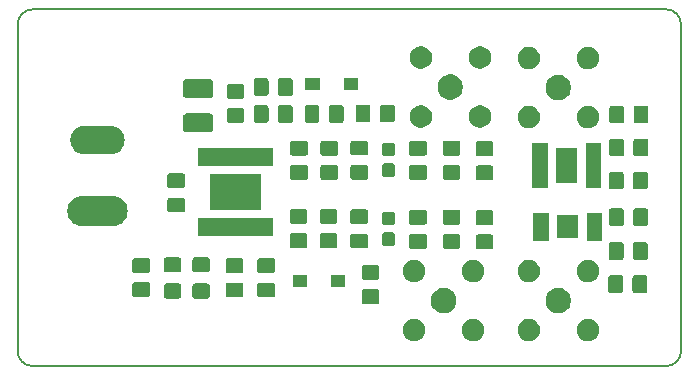
<source format=gbr>
G04 #@! TF.GenerationSoftware,KiCad,Pcbnew,(5.0.2)-1*
G04 #@! TF.CreationDate,2019-08-18T14:38:27-04:00*
G04 #@! TF.ProjectId,regulated-SEPIC-converter,72656775-6c61-4746-9564-2d5345504943,rev?*
G04 #@! TF.SameCoordinates,Original*
G04 #@! TF.FileFunction,Soldermask,Top*
G04 #@! TF.FilePolarity,Negative*
%FSLAX46Y46*%
G04 Gerber Fmt 4.6, Leading zero omitted, Abs format (unit mm)*
G04 Created by KiCad (PCBNEW (5.0.2)-1) date 8/18/2019 2:38:27 PM*
%MOMM*%
%LPD*%
G01*
G04 APERTURE LIST*
%ADD10C,0.150000*%
%ADD11C,0.100000*%
G04 APERTURE END LIST*
D10*
X142989300Y-105346500D02*
X142989300Y-77724000D01*
X142989300Y-105346500D02*
G75*
G02X141693900Y-106641900I-1295400J0D01*
G01*
X141693900Y-76428600D02*
G75*
G02X142989300Y-77724000I0J-1295400D01*
G01*
X86804500Y-77724000D02*
G75*
G02X88099900Y-76428600I1295400J0D01*
G01*
X88099900Y-106641900D02*
G75*
G02X86804500Y-105346500I0J1295400D01*
G01*
X141693900Y-76428600D02*
X88099900Y-76428600D01*
X86804500Y-105346500D02*
X86804500Y-77724000D01*
X141693900Y-106641900D02*
X88099900Y-106641900D01*
D11*
G36*
X135365396Y-102677546D02*
X135538466Y-102749234D01*
X135694230Y-102853312D01*
X135826688Y-102985770D01*
X135930766Y-103141534D01*
X136002454Y-103314604D01*
X136039000Y-103498333D01*
X136039000Y-103685667D01*
X136002454Y-103869396D01*
X135930766Y-104042466D01*
X135826688Y-104198230D01*
X135694230Y-104330688D01*
X135538466Y-104434766D01*
X135365396Y-104506454D01*
X135181667Y-104543000D01*
X134994333Y-104543000D01*
X134810604Y-104506454D01*
X134637534Y-104434766D01*
X134481770Y-104330688D01*
X134349312Y-104198230D01*
X134245234Y-104042466D01*
X134173546Y-103869396D01*
X134137000Y-103685667D01*
X134137000Y-103498333D01*
X134173546Y-103314604D01*
X134245234Y-103141534D01*
X134349312Y-102985770D01*
X134481770Y-102853312D01*
X134637534Y-102749234D01*
X134810604Y-102677546D01*
X134994333Y-102641000D01*
X135181667Y-102641000D01*
X135365396Y-102677546D01*
X135365396Y-102677546D01*
G37*
G36*
X130365396Y-102677546D02*
X130538466Y-102749234D01*
X130694230Y-102853312D01*
X130826688Y-102985770D01*
X130930766Y-103141534D01*
X131002454Y-103314604D01*
X131039000Y-103498333D01*
X131039000Y-103685667D01*
X131002454Y-103869396D01*
X130930766Y-104042466D01*
X130826688Y-104198230D01*
X130694230Y-104330688D01*
X130538466Y-104434766D01*
X130365396Y-104506454D01*
X130181667Y-104543000D01*
X129994333Y-104543000D01*
X129810604Y-104506454D01*
X129637534Y-104434766D01*
X129481770Y-104330688D01*
X129349312Y-104198230D01*
X129245234Y-104042466D01*
X129173546Y-103869396D01*
X129137000Y-103685667D01*
X129137000Y-103498333D01*
X129173546Y-103314604D01*
X129245234Y-103141534D01*
X129349312Y-102985770D01*
X129481770Y-102853312D01*
X129637534Y-102749234D01*
X129810604Y-102677546D01*
X129994333Y-102641000D01*
X130181667Y-102641000D01*
X130365396Y-102677546D01*
X130365396Y-102677546D01*
G37*
G36*
X125662596Y-102677546D02*
X125835666Y-102749234D01*
X125991430Y-102853312D01*
X126123888Y-102985770D01*
X126227966Y-103141534D01*
X126299654Y-103314604D01*
X126336200Y-103498333D01*
X126336200Y-103685667D01*
X126299654Y-103869396D01*
X126227966Y-104042466D01*
X126123888Y-104198230D01*
X125991430Y-104330688D01*
X125835666Y-104434766D01*
X125662596Y-104506454D01*
X125478867Y-104543000D01*
X125291533Y-104543000D01*
X125107804Y-104506454D01*
X124934734Y-104434766D01*
X124778970Y-104330688D01*
X124646512Y-104198230D01*
X124542434Y-104042466D01*
X124470746Y-103869396D01*
X124434200Y-103685667D01*
X124434200Y-103498333D01*
X124470746Y-103314604D01*
X124542434Y-103141534D01*
X124646512Y-102985770D01*
X124778970Y-102853312D01*
X124934734Y-102749234D01*
X125107804Y-102677546D01*
X125291533Y-102641000D01*
X125478867Y-102641000D01*
X125662596Y-102677546D01*
X125662596Y-102677546D01*
G37*
G36*
X120662596Y-102677546D02*
X120835666Y-102749234D01*
X120991430Y-102853312D01*
X121123888Y-102985770D01*
X121227966Y-103141534D01*
X121299654Y-103314604D01*
X121336200Y-103498333D01*
X121336200Y-103685667D01*
X121299654Y-103869396D01*
X121227966Y-104042466D01*
X121123888Y-104198230D01*
X120991430Y-104330688D01*
X120835666Y-104434766D01*
X120662596Y-104506454D01*
X120478867Y-104543000D01*
X120291533Y-104543000D01*
X120107804Y-104506454D01*
X119934734Y-104434766D01*
X119778970Y-104330688D01*
X119646512Y-104198230D01*
X119542434Y-104042466D01*
X119470746Y-103869396D01*
X119434200Y-103685667D01*
X119434200Y-103498333D01*
X119470746Y-103314604D01*
X119542434Y-103141534D01*
X119646512Y-102985770D01*
X119778970Y-102853312D01*
X119934734Y-102749234D01*
X120107804Y-102677546D01*
X120291533Y-102641000D01*
X120478867Y-102641000D01*
X120662596Y-102677546D01*
X120662596Y-102677546D01*
G37*
G36*
X123043147Y-100026337D02*
X123199058Y-100057350D01*
X123394877Y-100138461D01*
X123468796Y-100187852D01*
X123571113Y-100256218D01*
X123720982Y-100406087D01*
X123720984Y-100406090D01*
X123838739Y-100582323D01*
X123919850Y-100778142D01*
X123939184Y-100875343D01*
X123961200Y-100986022D01*
X123961200Y-101197978D01*
X123957202Y-101218077D01*
X123919850Y-101405858D01*
X123838739Y-101601677D01*
X123838738Y-101601678D01*
X123720982Y-101777913D01*
X123571113Y-101927782D01*
X123571110Y-101927784D01*
X123394877Y-102045539D01*
X123199058Y-102126650D01*
X123043147Y-102157662D01*
X122991178Y-102168000D01*
X122779222Y-102168000D01*
X122727253Y-102157662D01*
X122571342Y-102126650D01*
X122375523Y-102045539D01*
X122199290Y-101927784D01*
X122199287Y-101927782D01*
X122049418Y-101777913D01*
X121931662Y-101601678D01*
X121931661Y-101601677D01*
X121850550Y-101405858D01*
X121813198Y-101218077D01*
X121809200Y-101197978D01*
X121809200Y-100986022D01*
X121831216Y-100875343D01*
X121850550Y-100778142D01*
X121931661Y-100582323D01*
X122049416Y-100406090D01*
X122049418Y-100406087D01*
X122199287Y-100256218D01*
X122301604Y-100187852D01*
X122375523Y-100138461D01*
X122571342Y-100057350D01*
X122727253Y-100026338D01*
X122779222Y-100016000D01*
X122991178Y-100016000D01*
X123043147Y-100026337D01*
X123043147Y-100026337D01*
G37*
G36*
X132745947Y-100026337D02*
X132901858Y-100057350D01*
X133097677Y-100138461D01*
X133171596Y-100187852D01*
X133273913Y-100256218D01*
X133423782Y-100406087D01*
X133423784Y-100406090D01*
X133541539Y-100582323D01*
X133622650Y-100778142D01*
X133641984Y-100875343D01*
X133664000Y-100986022D01*
X133664000Y-101197978D01*
X133660002Y-101218077D01*
X133622650Y-101405858D01*
X133541539Y-101601677D01*
X133541538Y-101601678D01*
X133423782Y-101777913D01*
X133273913Y-101927782D01*
X133273910Y-101927784D01*
X133097677Y-102045539D01*
X132901858Y-102126650D01*
X132745947Y-102157662D01*
X132693978Y-102168000D01*
X132482022Y-102168000D01*
X132430053Y-102157662D01*
X132274142Y-102126650D01*
X132078323Y-102045539D01*
X131902090Y-101927784D01*
X131902087Y-101927782D01*
X131752218Y-101777913D01*
X131634462Y-101601678D01*
X131634461Y-101601677D01*
X131553350Y-101405858D01*
X131515998Y-101218077D01*
X131512000Y-101197978D01*
X131512000Y-100986022D01*
X131534016Y-100875343D01*
X131553350Y-100778142D01*
X131634461Y-100582323D01*
X131752216Y-100406090D01*
X131752218Y-100406087D01*
X131902087Y-100256218D01*
X132004404Y-100187852D01*
X132078323Y-100138461D01*
X132274142Y-100057350D01*
X132430053Y-100026338D01*
X132482022Y-100016000D01*
X132693978Y-100016000D01*
X132745947Y-100026337D01*
X132745947Y-100026337D01*
G37*
G36*
X117276277Y-100132865D02*
X117313964Y-100144298D01*
X117348703Y-100162866D01*
X117379148Y-100187852D01*
X117404134Y-100218297D01*
X117422702Y-100253036D01*
X117434135Y-100290723D01*
X117438600Y-100336061D01*
X117438600Y-101172739D01*
X117434135Y-101218077D01*
X117422702Y-101255764D01*
X117404134Y-101290503D01*
X117379148Y-101320948D01*
X117348703Y-101345934D01*
X117313964Y-101364502D01*
X117276277Y-101375935D01*
X117230939Y-101380400D01*
X116144261Y-101380400D01*
X116098923Y-101375935D01*
X116061236Y-101364502D01*
X116026497Y-101345934D01*
X115996052Y-101320948D01*
X115971066Y-101290503D01*
X115952498Y-101255764D01*
X115941065Y-101218077D01*
X115936600Y-101172739D01*
X115936600Y-100336061D01*
X115941065Y-100290723D01*
X115952498Y-100253036D01*
X115971066Y-100218297D01*
X115996052Y-100187852D01*
X116026497Y-100162866D01*
X116061236Y-100144298D01*
X116098923Y-100132865D01*
X116144261Y-100128400D01*
X117230939Y-100128400D01*
X117276277Y-100132865D01*
X117276277Y-100132865D01*
G37*
G36*
X102888491Y-99633846D02*
X102937713Y-99648778D01*
X102983077Y-99673026D01*
X103022841Y-99705659D01*
X103055474Y-99745423D01*
X103079722Y-99790787D01*
X103094654Y-99840009D01*
X103100300Y-99897340D01*
X103100300Y-100661060D01*
X103094654Y-100718391D01*
X103079722Y-100767613D01*
X103055474Y-100812977D01*
X103022841Y-100852741D01*
X102983077Y-100885374D01*
X102937713Y-100909622D01*
X102888491Y-100924554D01*
X102831160Y-100930200D01*
X101867440Y-100930200D01*
X101810109Y-100924554D01*
X101760887Y-100909622D01*
X101715523Y-100885374D01*
X101675759Y-100852741D01*
X101643126Y-100812977D01*
X101618878Y-100767613D01*
X101603946Y-100718391D01*
X101598300Y-100661060D01*
X101598300Y-99897340D01*
X101603946Y-99840009D01*
X101618878Y-99790787D01*
X101643126Y-99745423D01*
X101675759Y-99705659D01*
X101715523Y-99673026D01*
X101760887Y-99648778D01*
X101810109Y-99633846D01*
X101867440Y-99628200D01*
X102831160Y-99628200D01*
X102888491Y-99633846D01*
X102888491Y-99633846D01*
G37*
G36*
X100468491Y-99633846D02*
X100517713Y-99648778D01*
X100563077Y-99673026D01*
X100602841Y-99705659D01*
X100635474Y-99745423D01*
X100659722Y-99790787D01*
X100674654Y-99840009D01*
X100680300Y-99897340D01*
X100680300Y-100661060D01*
X100674654Y-100718391D01*
X100659722Y-100767613D01*
X100635474Y-100812977D01*
X100602841Y-100852741D01*
X100563077Y-100885374D01*
X100517713Y-100909622D01*
X100468491Y-100924554D01*
X100411160Y-100930200D01*
X99447440Y-100930200D01*
X99390109Y-100924554D01*
X99340887Y-100909622D01*
X99295523Y-100885374D01*
X99255759Y-100852741D01*
X99223126Y-100812977D01*
X99198878Y-100767613D01*
X99183946Y-100718391D01*
X99178300Y-100661060D01*
X99178300Y-99897340D01*
X99183946Y-99840009D01*
X99198878Y-99790787D01*
X99223126Y-99745423D01*
X99255759Y-99705659D01*
X99295523Y-99673026D01*
X99340887Y-99648778D01*
X99390109Y-99633846D01*
X99447440Y-99628200D01*
X100411160Y-99628200D01*
X100468491Y-99633846D01*
X100468491Y-99633846D01*
G37*
G36*
X108449777Y-99565065D02*
X108487464Y-99576498D01*
X108522203Y-99595066D01*
X108552648Y-99620052D01*
X108577634Y-99650497D01*
X108596202Y-99685236D01*
X108607635Y-99722923D01*
X108612100Y-99768261D01*
X108612100Y-100604939D01*
X108607635Y-100650277D01*
X108596202Y-100687964D01*
X108577634Y-100722703D01*
X108552648Y-100753148D01*
X108522203Y-100778134D01*
X108487464Y-100796702D01*
X108449777Y-100808135D01*
X108404439Y-100812600D01*
X107317761Y-100812600D01*
X107272423Y-100808135D01*
X107234736Y-100796702D01*
X107199997Y-100778134D01*
X107169552Y-100753148D01*
X107144566Y-100722703D01*
X107125998Y-100687964D01*
X107114565Y-100650277D01*
X107110100Y-100604939D01*
X107110100Y-99768261D01*
X107114565Y-99722923D01*
X107125998Y-99685236D01*
X107144566Y-99650497D01*
X107169552Y-99620052D01*
X107199997Y-99595066D01*
X107234736Y-99576498D01*
X107272423Y-99565065D01*
X107317761Y-99560600D01*
X108404439Y-99560600D01*
X108449777Y-99565065D01*
X108449777Y-99565065D01*
G37*
G36*
X105757377Y-99565065D02*
X105795064Y-99576498D01*
X105829803Y-99595066D01*
X105860248Y-99620052D01*
X105885234Y-99650497D01*
X105903802Y-99685236D01*
X105915235Y-99722923D01*
X105919700Y-99768261D01*
X105919700Y-100604939D01*
X105915235Y-100650277D01*
X105903802Y-100687964D01*
X105885234Y-100722703D01*
X105860248Y-100753148D01*
X105829803Y-100778134D01*
X105795064Y-100796702D01*
X105757377Y-100808135D01*
X105712039Y-100812600D01*
X104625361Y-100812600D01*
X104580023Y-100808135D01*
X104542336Y-100796702D01*
X104507597Y-100778134D01*
X104477152Y-100753148D01*
X104452166Y-100722703D01*
X104433598Y-100687964D01*
X104422165Y-100650277D01*
X104417700Y-100604939D01*
X104417700Y-99768261D01*
X104422165Y-99722923D01*
X104433598Y-99685236D01*
X104452166Y-99650497D01*
X104477152Y-99620052D01*
X104507597Y-99595066D01*
X104542336Y-99576498D01*
X104580023Y-99565065D01*
X104625361Y-99560600D01*
X105712039Y-99560600D01*
X105757377Y-99565065D01*
X105757377Y-99565065D01*
G37*
G36*
X97857977Y-99548665D02*
X97895664Y-99560098D01*
X97930403Y-99578666D01*
X97960848Y-99603652D01*
X97985834Y-99634097D01*
X98004402Y-99668836D01*
X98015835Y-99706523D01*
X98020300Y-99751861D01*
X98020300Y-100588539D01*
X98015835Y-100633877D01*
X98004402Y-100671564D01*
X97985834Y-100706303D01*
X97960848Y-100736748D01*
X97930403Y-100761734D01*
X97895664Y-100780302D01*
X97857977Y-100791735D01*
X97812639Y-100796200D01*
X96725961Y-100796200D01*
X96680623Y-100791735D01*
X96642936Y-100780302D01*
X96608197Y-100761734D01*
X96577752Y-100736748D01*
X96552766Y-100706303D01*
X96534198Y-100671564D01*
X96522765Y-100633877D01*
X96518300Y-100588539D01*
X96518300Y-99751861D01*
X96522765Y-99706523D01*
X96534198Y-99668836D01*
X96552766Y-99634097D01*
X96577752Y-99603652D01*
X96608197Y-99578666D01*
X96642936Y-99560098D01*
X96680623Y-99548665D01*
X96725961Y-99544200D01*
X97812639Y-99544200D01*
X97857977Y-99548665D01*
X97857977Y-99548665D01*
G37*
G36*
X137910477Y-98948465D02*
X137948164Y-98959898D01*
X137982903Y-98978466D01*
X138013348Y-99003452D01*
X138038334Y-99033897D01*
X138056902Y-99068636D01*
X138068335Y-99106323D01*
X138072800Y-99151661D01*
X138072800Y-100238339D01*
X138068335Y-100283677D01*
X138056902Y-100321364D01*
X138038334Y-100356103D01*
X138013348Y-100386548D01*
X137982903Y-100411534D01*
X137948164Y-100430102D01*
X137910477Y-100441535D01*
X137865139Y-100446000D01*
X137028461Y-100446000D01*
X136983123Y-100441535D01*
X136945436Y-100430102D01*
X136910697Y-100411534D01*
X136880252Y-100386548D01*
X136855266Y-100356103D01*
X136836698Y-100321364D01*
X136825265Y-100283677D01*
X136820800Y-100238339D01*
X136820800Y-99151661D01*
X136825265Y-99106323D01*
X136836698Y-99068636D01*
X136855266Y-99033897D01*
X136880252Y-99003452D01*
X136910697Y-98978466D01*
X136945436Y-98959898D01*
X136983123Y-98948465D01*
X137028461Y-98944000D01*
X137865139Y-98944000D01*
X137910477Y-98948465D01*
X137910477Y-98948465D01*
G37*
G36*
X139960477Y-98948465D02*
X139998164Y-98959898D01*
X140032903Y-98978466D01*
X140063348Y-99003452D01*
X140088334Y-99033897D01*
X140106902Y-99068636D01*
X140118335Y-99106323D01*
X140122800Y-99151661D01*
X140122800Y-100238339D01*
X140118335Y-100283677D01*
X140106902Y-100321364D01*
X140088334Y-100356103D01*
X140063348Y-100386548D01*
X140032903Y-100411534D01*
X139998164Y-100430102D01*
X139960477Y-100441535D01*
X139915139Y-100446000D01*
X139078461Y-100446000D01*
X139033123Y-100441535D01*
X138995436Y-100430102D01*
X138960697Y-100411534D01*
X138930252Y-100386548D01*
X138905266Y-100356103D01*
X138886698Y-100321364D01*
X138875265Y-100283677D01*
X138870800Y-100238339D01*
X138870800Y-99151661D01*
X138875265Y-99106323D01*
X138886698Y-99068636D01*
X138905266Y-99033897D01*
X138930252Y-99003452D01*
X138960697Y-98978466D01*
X138995436Y-98959898D01*
X139033123Y-98948465D01*
X139078461Y-98944000D01*
X139915139Y-98944000D01*
X139960477Y-98948465D01*
X139960477Y-98948465D01*
G37*
G36*
X114549800Y-99941600D02*
X113347800Y-99941600D01*
X113347800Y-98889600D01*
X114549800Y-98889600D01*
X114549800Y-99941600D01*
X114549800Y-99941600D01*
G37*
G36*
X111289800Y-99941600D02*
X110087800Y-99941600D01*
X110087800Y-98889600D01*
X111289800Y-98889600D01*
X111289800Y-99941600D01*
X111289800Y-99941600D01*
G37*
G36*
X135365396Y-97677546D02*
X135538466Y-97749234D01*
X135694230Y-97853312D01*
X135826688Y-97985770D01*
X135930766Y-98141534D01*
X136002454Y-98314604D01*
X136039000Y-98498333D01*
X136039000Y-98685667D01*
X136002454Y-98869396D01*
X135930766Y-99042466D01*
X135826688Y-99198230D01*
X135694230Y-99330688D01*
X135538466Y-99434766D01*
X135365396Y-99506454D01*
X135181667Y-99543000D01*
X134994333Y-99543000D01*
X134810604Y-99506454D01*
X134637534Y-99434766D01*
X134481770Y-99330688D01*
X134349312Y-99198230D01*
X134245234Y-99042466D01*
X134173546Y-98869396D01*
X134137000Y-98685667D01*
X134137000Y-98498333D01*
X134173546Y-98314604D01*
X134245234Y-98141534D01*
X134349312Y-97985770D01*
X134481770Y-97853312D01*
X134637534Y-97749234D01*
X134810604Y-97677546D01*
X134994333Y-97641000D01*
X135181667Y-97641000D01*
X135365396Y-97677546D01*
X135365396Y-97677546D01*
G37*
G36*
X120662596Y-97677546D02*
X120835666Y-97749234D01*
X120991430Y-97853312D01*
X121123888Y-97985770D01*
X121227966Y-98141534D01*
X121299654Y-98314604D01*
X121336200Y-98498333D01*
X121336200Y-98685667D01*
X121299654Y-98869396D01*
X121227966Y-99042466D01*
X121123888Y-99198230D01*
X120991430Y-99330688D01*
X120835666Y-99434766D01*
X120662596Y-99506454D01*
X120478867Y-99543000D01*
X120291533Y-99543000D01*
X120107804Y-99506454D01*
X119934734Y-99434766D01*
X119778970Y-99330688D01*
X119646512Y-99198230D01*
X119542434Y-99042466D01*
X119470746Y-98869396D01*
X119434200Y-98685667D01*
X119434200Y-98498333D01*
X119470746Y-98314604D01*
X119542434Y-98141534D01*
X119646512Y-97985770D01*
X119778970Y-97853312D01*
X119934734Y-97749234D01*
X120107804Y-97677546D01*
X120291533Y-97641000D01*
X120478867Y-97641000D01*
X120662596Y-97677546D01*
X120662596Y-97677546D01*
G37*
G36*
X125662596Y-97677546D02*
X125835666Y-97749234D01*
X125991430Y-97853312D01*
X126123888Y-97985770D01*
X126227966Y-98141534D01*
X126299654Y-98314604D01*
X126336200Y-98498333D01*
X126336200Y-98685667D01*
X126299654Y-98869396D01*
X126227966Y-99042466D01*
X126123888Y-99198230D01*
X125991430Y-99330688D01*
X125835666Y-99434766D01*
X125662596Y-99506454D01*
X125478867Y-99543000D01*
X125291533Y-99543000D01*
X125107804Y-99506454D01*
X124934734Y-99434766D01*
X124778970Y-99330688D01*
X124646512Y-99198230D01*
X124542434Y-99042466D01*
X124470746Y-98869396D01*
X124434200Y-98685667D01*
X124434200Y-98498333D01*
X124470746Y-98314604D01*
X124542434Y-98141534D01*
X124646512Y-97985770D01*
X124778970Y-97853312D01*
X124934734Y-97749234D01*
X125107804Y-97677546D01*
X125291533Y-97641000D01*
X125478867Y-97641000D01*
X125662596Y-97677546D01*
X125662596Y-97677546D01*
G37*
G36*
X130365396Y-97677546D02*
X130538466Y-97749234D01*
X130694230Y-97853312D01*
X130826688Y-97985770D01*
X130930766Y-98141534D01*
X131002454Y-98314604D01*
X131039000Y-98498333D01*
X131039000Y-98685667D01*
X131002454Y-98869396D01*
X130930766Y-99042466D01*
X130826688Y-99198230D01*
X130694230Y-99330688D01*
X130538466Y-99434766D01*
X130365396Y-99506454D01*
X130181667Y-99543000D01*
X129994333Y-99543000D01*
X129810604Y-99506454D01*
X129637534Y-99434766D01*
X129481770Y-99330688D01*
X129349312Y-99198230D01*
X129245234Y-99042466D01*
X129173546Y-98869396D01*
X129137000Y-98685667D01*
X129137000Y-98498333D01*
X129173546Y-98314604D01*
X129245234Y-98141534D01*
X129349312Y-97985770D01*
X129481770Y-97853312D01*
X129637534Y-97749234D01*
X129810604Y-97677546D01*
X129994333Y-97641000D01*
X130181667Y-97641000D01*
X130365396Y-97677546D01*
X130365396Y-97677546D01*
G37*
G36*
X117276277Y-98082865D02*
X117313964Y-98094298D01*
X117348703Y-98112866D01*
X117379148Y-98137852D01*
X117404134Y-98168297D01*
X117422702Y-98203036D01*
X117434135Y-98240723D01*
X117438600Y-98286061D01*
X117438600Y-99122739D01*
X117434135Y-99168077D01*
X117422702Y-99205764D01*
X117404134Y-99240503D01*
X117379148Y-99270948D01*
X117348703Y-99295934D01*
X117313964Y-99314502D01*
X117276277Y-99325935D01*
X117230939Y-99330400D01*
X116144261Y-99330400D01*
X116098923Y-99325935D01*
X116061236Y-99314502D01*
X116026497Y-99295934D01*
X115996052Y-99270948D01*
X115971066Y-99240503D01*
X115952498Y-99205764D01*
X115941065Y-99168077D01*
X115936600Y-99122739D01*
X115936600Y-98286061D01*
X115941065Y-98240723D01*
X115952498Y-98203036D01*
X115971066Y-98168297D01*
X115996052Y-98137852D01*
X116026497Y-98112866D01*
X116061236Y-98094298D01*
X116098923Y-98082865D01*
X116144261Y-98078400D01*
X117230939Y-98078400D01*
X117276277Y-98082865D01*
X117276277Y-98082865D01*
G37*
G36*
X108449777Y-97515065D02*
X108487464Y-97526498D01*
X108522203Y-97545066D01*
X108552648Y-97570052D01*
X108577634Y-97600497D01*
X108596202Y-97635236D01*
X108607635Y-97672923D01*
X108612100Y-97718261D01*
X108612100Y-98554939D01*
X108607635Y-98600277D01*
X108596202Y-98637964D01*
X108577634Y-98672703D01*
X108552648Y-98703148D01*
X108522203Y-98728134D01*
X108487464Y-98746702D01*
X108449777Y-98758135D01*
X108404439Y-98762600D01*
X107317761Y-98762600D01*
X107272423Y-98758135D01*
X107234736Y-98746702D01*
X107199997Y-98728134D01*
X107169552Y-98703148D01*
X107144566Y-98672703D01*
X107125998Y-98637964D01*
X107114565Y-98600277D01*
X107110100Y-98554939D01*
X107110100Y-97718261D01*
X107114565Y-97672923D01*
X107125998Y-97635236D01*
X107144566Y-97600497D01*
X107169552Y-97570052D01*
X107199997Y-97545066D01*
X107234736Y-97526498D01*
X107272423Y-97515065D01*
X107317761Y-97510600D01*
X108404439Y-97510600D01*
X108449777Y-97515065D01*
X108449777Y-97515065D01*
G37*
G36*
X105757377Y-97515065D02*
X105795064Y-97526498D01*
X105829803Y-97545066D01*
X105860248Y-97570052D01*
X105885234Y-97600497D01*
X105903802Y-97635236D01*
X105915235Y-97672923D01*
X105919700Y-97718261D01*
X105919700Y-98554939D01*
X105915235Y-98600277D01*
X105903802Y-98637964D01*
X105885234Y-98672703D01*
X105860248Y-98703148D01*
X105829803Y-98728134D01*
X105795064Y-98746702D01*
X105757377Y-98758135D01*
X105712039Y-98762600D01*
X104625361Y-98762600D01*
X104580023Y-98758135D01*
X104542336Y-98746702D01*
X104507597Y-98728134D01*
X104477152Y-98703148D01*
X104452166Y-98672703D01*
X104433598Y-98637964D01*
X104422165Y-98600277D01*
X104417700Y-98554939D01*
X104417700Y-97718261D01*
X104422165Y-97672923D01*
X104433598Y-97635236D01*
X104452166Y-97600497D01*
X104477152Y-97570052D01*
X104507597Y-97545066D01*
X104542336Y-97526498D01*
X104580023Y-97515065D01*
X104625361Y-97510600D01*
X105712039Y-97510600D01*
X105757377Y-97515065D01*
X105757377Y-97515065D01*
G37*
G36*
X97857977Y-97498665D02*
X97895664Y-97510098D01*
X97930403Y-97528666D01*
X97960848Y-97553652D01*
X97985834Y-97584097D01*
X98004402Y-97618836D01*
X98015835Y-97656523D01*
X98020300Y-97701861D01*
X98020300Y-98538539D01*
X98015835Y-98583877D01*
X98004402Y-98621564D01*
X97985834Y-98656303D01*
X97960848Y-98686748D01*
X97930403Y-98711734D01*
X97895664Y-98730302D01*
X97857977Y-98741735D01*
X97812639Y-98746200D01*
X96725961Y-98746200D01*
X96680623Y-98741735D01*
X96642936Y-98730302D01*
X96608197Y-98711734D01*
X96577752Y-98686748D01*
X96552766Y-98656303D01*
X96534198Y-98621564D01*
X96522765Y-98583877D01*
X96518300Y-98538539D01*
X96518300Y-97701861D01*
X96522765Y-97656523D01*
X96534198Y-97618836D01*
X96552766Y-97584097D01*
X96577752Y-97553652D01*
X96608197Y-97528666D01*
X96642936Y-97510098D01*
X96680623Y-97498665D01*
X96725961Y-97494200D01*
X97812639Y-97494200D01*
X97857977Y-97498665D01*
X97857977Y-97498665D01*
G37*
G36*
X100468491Y-97413846D02*
X100517713Y-97428778D01*
X100563077Y-97453026D01*
X100602841Y-97485659D01*
X100635474Y-97525423D01*
X100659722Y-97570787D01*
X100674654Y-97620009D01*
X100680300Y-97677340D01*
X100680300Y-98441060D01*
X100674654Y-98498391D01*
X100659722Y-98547613D01*
X100635474Y-98592977D01*
X100602841Y-98632741D01*
X100563077Y-98665374D01*
X100517713Y-98689622D01*
X100468491Y-98704554D01*
X100411160Y-98710200D01*
X99447440Y-98710200D01*
X99390109Y-98704554D01*
X99340887Y-98689622D01*
X99295523Y-98665374D01*
X99255759Y-98632741D01*
X99223126Y-98592977D01*
X99198878Y-98547613D01*
X99183946Y-98498391D01*
X99178300Y-98441060D01*
X99178300Y-97677340D01*
X99183946Y-97620009D01*
X99198878Y-97570787D01*
X99223126Y-97525423D01*
X99255759Y-97485659D01*
X99295523Y-97453026D01*
X99340887Y-97428778D01*
X99390109Y-97413846D01*
X99447440Y-97408200D01*
X100411160Y-97408200D01*
X100468491Y-97413846D01*
X100468491Y-97413846D01*
G37*
G36*
X102888491Y-97413846D02*
X102937713Y-97428778D01*
X102983077Y-97453026D01*
X103022841Y-97485659D01*
X103055474Y-97525423D01*
X103079722Y-97570787D01*
X103094654Y-97620009D01*
X103100300Y-97677340D01*
X103100300Y-98441060D01*
X103094654Y-98498391D01*
X103079722Y-98547613D01*
X103055474Y-98592977D01*
X103022841Y-98632741D01*
X102983077Y-98665374D01*
X102937713Y-98689622D01*
X102888491Y-98704554D01*
X102831160Y-98710200D01*
X101867440Y-98710200D01*
X101810109Y-98704554D01*
X101760887Y-98689622D01*
X101715523Y-98665374D01*
X101675759Y-98632741D01*
X101643126Y-98592977D01*
X101618878Y-98547613D01*
X101603946Y-98498391D01*
X101598300Y-98441060D01*
X101598300Y-97677340D01*
X101603946Y-97620009D01*
X101618878Y-97570787D01*
X101643126Y-97525423D01*
X101675759Y-97485659D01*
X101715523Y-97453026D01*
X101760887Y-97428778D01*
X101810109Y-97413846D01*
X101867440Y-97408200D01*
X102831160Y-97408200D01*
X102888491Y-97413846D01*
X102888491Y-97413846D01*
G37*
G36*
X137953877Y-96154465D02*
X137991564Y-96165898D01*
X138026303Y-96184466D01*
X138056748Y-96209452D01*
X138081734Y-96239897D01*
X138100302Y-96274636D01*
X138111735Y-96312323D01*
X138116200Y-96357661D01*
X138116200Y-97444339D01*
X138111735Y-97489677D01*
X138100302Y-97527364D01*
X138081734Y-97562103D01*
X138056748Y-97592548D01*
X138026303Y-97617534D01*
X137991564Y-97636102D01*
X137953877Y-97647535D01*
X137908539Y-97652000D01*
X137071861Y-97652000D01*
X137026523Y-97647535D01*
X136988836Y-97636102D01*
X136954097Y-97617534D01*
X136923652Y-97592548D01*
X136898666Y-97562103D01*
X136880098Y-97527364D01*
X136868665Y-97489677D01*
X136864200Y-97444339D01*
X136864200Y-96357661D01*
X136868665Y-96312323D01*
X136880098Y-96274636D01*
X136898666Y-96239897D01*
X136923652Y-96209452D01*
X136954097Y-96184466D01*
X136988836Y-96165898D01*
X137026523Y-96154465D01*
X137071861Y-96150000D01*
X137908539Y-96150000D01*
X137953877Y-96154465D01*
X137953877Y-96154465D01*
G37*
G36*
X140003877Y-96154465D02*
X140041564Y-96165898D01*
X140076303Y-96184466D01*
X140106748Y-96209452D01*
X140131734Y-96239897D01*
X140150302Y-96274636D01*
X140161735Y-96312323D01*
X140166200Y-96357661D01*
X140166200Y-97444339D01*
X140161735Y-97489677D01*
X140150302Y-97527364D01*
X140131734Y-97562103D01*
X140106748Y-97592548D01*
X140076303Y-97617534D01*
X140041564Y-97636102D01*
X140003877Y-97647535D01*
X139958539Y-97652000D01*
X139121861Y-97652000D01*
X139076523Y-97647535D01*
X139038836Y-97636102D01*
X139004097Y-97617534D01*
X138973652Y-97592548D01*
X138948666Y-97562103D01*
X138930098Y-97527364D01*
X138918665Y-97489677D01*
X138914200Y-97444339D01*
X138914200Y-96357661D01*
X138918665Y-96312323D01*
X138930098Y-96274636D01*
X138948666Y-96239897D01*
X138973652Y-96209452D01*
X139004097Y-96184466D01*
X139038836Y-96165898D01*
X139076523Y-96154465D01*
X139121861Y-96150000D01*
X139958539Y-96150000D01*
X140003877Y-96154465D01*
X140003877Y-96154465D01*
G37*
G36*
X126928277Y-95492065D02*
X126965964Y-95503498D01*
X127000703Y-95522066D01*
X127031148Y-95547052D01*
X127056134Y-95577497D01*
X127074702Y-95612236D01*
X127086135Y-95649923D01*
X127090600Y-95695261D01*
X127090600Y-96531939D01*
X127086135Y-96577277D01*
X127074702Y-96614964D01*
X127056134Y-96649703D01*
X127031148Y-96680148D01*
X127000703Y-96705134D01*
X126965964Y-96723702D01*
X126928277Y-96735135D01*
X126882939Y-96739600D01*
X125796261Y-96739600D01*
X125750923Y-96735135D01*
X125713236Y-96723702D01*
X125678497Y-96705134D01*
X125648052Y-96680148D01*
X125623066Y-96649703D01*
X125604498Y-96614964D01*
X125593065Y-96577277D01*
X125588600Y-96531939D01*
X125588600Y-95695261D01*
X125593065Y-95649923D01*
X125604498Y-95612236D01*
X125623066Y-95577497D01*
X125648052Y-95547052D01*
X125678497Y-95522066D01*
X125713236Y-95503498D01*
X125750923Y-95492065D01*
X125796261Y-95487600D01*
X126882939Y-95487600D01*
X126928277Y-95492065D01*
X126928277Y-95492065D01*
G37*
G36*
X124134277Y-95459265D02*
X124171964Y-95470698D01*
X124206703Y-95489266D01*
X124237148Y-95514252D01*
X124262134Y-95544697D01*
X124280702Y-95579436D01*
X124292135Y-95617123D01*
X124296600Y-95662461D01*
X124296600Y-96499139D01*
X124292135Y-96544477D01*
X124280702Y-96582164D01*
X124262134Y-96616903D01*
X124237148Y-96647348D01*
X124206703Y-96672334D01*
X124171964Y-96690902D01*
X124134277Y-96702335D01*
X124088939Y-96706800D01*
X123002261Y-96706800D01*
X122956923Y-96702335D01*
X122919236Y-96690902D01*
X122884497Y-96672334D01*
X122854052Y-96647348D01*
X122829066Y-96616903D01*
X122810498Y-96582164D01*
X122799065Y-96544477D01*
X122794600Y-96499139D01*
X122794600Y-95662461D01*
X122799065Y-95617123D01*
X122810498Y-95579436D01*
X122829066Y-95544697D01*
X122854052Y-95514252D01*
X122884497Y-95489266D01*
X122919236Y-95470698D01*
X122956923Y-95459265D01*
X123002261Y-95454800D01*
X124088939Y-95454800D01*
X124134277Y-95459265D01*
X124134277Y-95459265D01*
G37*
G36*
X121289477Y-95459265D02*
X121327164Y-95470698D01*
X121361903Y-95489266D01*
X121392348Y-95514252D01*
X121417334Y-95544697D01*
X121435902Y-95579436D01*
X121447335Y-95617123D01*
X121451800Y-95662461D01*
X121451800Y-96499139D01*
X121447335Y-96544477D01*
X121435902Y-96582164D01*
X121417334Y-96616903D01*
X121392348Y-96647348D01*
X121361903Y-96672334D01*
X121327164Y-96690902D01*
X121289477Y-96702335D01*
X121244139Y-96706800D01*
X120157461Y-96706800D01*
X120112123Y-96702335D01*
X120074436Y-96690902D01*
X120039697Y-96672334D01*
X120009252Y-96647348D01*
X119984266Y-96616903D01*
X119965698Y-96582164D01*
X119954265Y-96544477D01*
X119949800Y-96499139D01*
X119949800Y-95662461D01*
X119954265Y-95617123D01*
X119965698Y-95579436D01*
X119984266Y-95544697D01*
X120009252Y-95514252D01*
X120039697Y-95489266D01*
X120074436Y-95470698D01*
X120112123Y-95459265D01*
X120157461Y-95454800D01*
X121244139Y-95454800D01*
X121289477Y-95459265D01*
X121289477Y-95459265D01*
G37*
G36*
X116311077Y-95421165D02*
X116348764Y-95432598D01*
X116383503Y-95451166D01*
X116413948Y-95476152D01*
X116438934Y-95506597D01*
X116457502Y-95541336D01*
X116468935Y-95579023D01*
X116473400Y-95624361D01*
X116473400Y-96461039D01*
X116468935Y-96506377D01*
X116457502Y-96544064D01*
X116438934Y-96578803D01*
X116413948Y-96609248D01*
X116383503Y-96634234D01*
X116348764Y-96652802D01*
X116311077Y-96664235D01*
X116265739Y-96668700D01*
X115179061Y-96668700D01*
X115133723Y-96664235D01*
X115096036Y-96652802D01*
X115061297Y-96634234D01*
X115030852Y-96609248D01*
X115005866Y-96578803D01*
X114987298Y-96544064D01*
X114975865Y-96506377D01*
X114971400Y-96461039D01*
X114971400Y-95624361D01*
X114975865Y-95579023D01*
X114987298Y-95541336D01*
X115005866Y-95506597D01*
X115030852Y-95476152D01*
X115061297Y-95451166D01*
X115096036Y-95432598D01*
X115133723Y-95421165D01*
X115179061Y-95416700D01*
X116265739Y-95416700D01*
X116311077Y-95421165D01*
X116311077Y-95421165D01*
G37*
G36*
X111192977Y-95399465D02*
X111230664Y-95410898D01*
X111265403Y-95429466D01*
X111295848Y-95454452D01*
X111320834Y-95484897D01*
X111339402Y-95519636D01*
X111350835Y-95557323D01*
X111355300Y-95602661D01*
X111355300Y-96439339D01*
X111350835Y-96484677D01*
X111339402Y-96522364D01*
X111320834Y-96557103D01*
X111295848Y-96587548D01*
X111265403Y-96612534D01*
X111230664Y-96631102D01*
X111192977Y-96642535D01*
X111147639Y-96647000D01*
X110060961Y-96647000D01*
X110015623Y-96642535D01*
X109977936Y-96631102D01*
X109943197Y-96612534D01*
X109912752Y-96587548D01*
X109887766Y-96557103D01*
X109869198Y-96522364D01*
X109857765Y-96484677D01*
X109853300Y-96439339D01*
X109853300Y-95602661D01*
X109857765Y-95557323D01*
X109869198Y-95519636D01*
X109887766Y-95484897D01*
X109912752Y-95454452D01*
X109943197Y-95429466D01*
X109977936Y-95410898D01*
X110015623Y-95399465D01*
X110060961Y-95395000D01*
X111147639Y-95395000D01*
X111192977Y-95399465D01*
X111192977Y-95399465D01*
G37*
G36*
X113732977Y-95390465D02*
X113770664Y-95401898D01*
X113805403Y-95420466D01*
X113835848Y-95445452D01*
X113860834Y-95475897D01*
X113879402Y-95510636D01*
X113890835Y-95548323D01*
X113895300Y-95593661D01*
X113895300Y-96430339D01*
X113890835Y-96475677D01*
X113879402Y-96513364D01*
X113860834Y-96548103D01*
X113835848Y-96578548D01*
X113805403Y-96603534D01*
X113770664Y-96622102D01*
X113732977Y-96633535D01*
X113687639Y-96638000D01*
X112600961Y-96638000D01*
X112555623Y-96633535D01*
X112517936Y-96622102D01*
X112483197Y-96603534D01*
X112452752Y-96578548D01*
X112427766Y-96548103D01*
X112409198Y-96513364D01*
X112397765Y-96475677D01*
X112393300Y-96430339D01*
X112393300Y-95593661D01*
X112397765Y-95548323D01*
X112409198Y-95510636D01*
X112427766Y-95475897D01*
X112452752Y-95445452D01*
X112483197Y-95420466D01*
X112517936Y-95401898D01*
X112555623Y-95390465D01*
X112600961Y-95386000D01*
X113687639Y-95386000D01*
X113732977Y-95390465D01*
X113732977Y-95390465D01*
G37*
G36*
X118576099Y-95310845D02*
X118613593Y-95322219D01*
X118648157Y-95340694D01*
X118678447Y-95365553D01*
X118703306Y-95395843D01*
X118721781Y-95430407D01*
X118733155Y-95467901D01*
X118737600Y-95513038D01*
X118737600Y-96251762D01*
X118733155Y-96296899D01*
X118721781Y-96334393D01*
X118703306Y-96368957D01*
X118678447Y-96399247D01*
X118648157Y-96424106D01*
X118613593Y-96442581D01*
X118576099Y-96453955D01*
X118530962Y-96458400D01*
X117892238Y-96458400D01*
X117847101Y-96453955D01*
X117809607Y-96442581D01*
X117775043Y-96424106D01*
X117744753Y-96399247D01*
X117719894Y-96368957D01*
X117701419Y-96334393D01*
X117690045Y-96296899D01*
X117685600Y-96251762D01*
X117685600Y-95513038D01*
X117690045Y-95467901D01*
X117701419Y-95430407D01*
X117719894Y-95395843D01*
X117744753Y-95365553D01*
X117775043Y-95340694D01*
X117809607Y-95322219D01*
X117847101Y-95310845D01*
X117892238Y-95306400D01*
X118530962Y-95306400D01*
X118576099Y-95310845D01*
X118576099Y-95310845D01*
G37*
G36*
X131766400Y-96047100D02*
X130464400Y-96047100D01*
X130464400Y-93640100D01*
X131766400Y-93640100D01*
X131766400Y-96047100D01*
X131766400Y-96047100D01*
G37*
G36*
X136286400Y-96047100D02*
X134984400Y-96047100D01*
X134984400Y-93640100D01*
X136286400Y-93640100D01*
X136286400Y-96047100D01*
X136286400Y-96047100D01*
G37*
G36*
X134266400Y-95834600D02*
X132484400Y-95834600D01*
X132484400Y-93852600D01*
X134266400Y-93852600D01*
X134266400Y-95834600D01*
X134266400Y-95834600D01*
G37*
G36*
X108471300Y-95623200D02*
X102069300Y-95623200D01*
X102069300Y-94071200D01*
X108471300Y-94071200D01*
X108471300Y-95623200D01*
X108471300Y-95623200D01*
G37*
G36*
X94935289Y-92201106D02*
X95078640Y-92215225D01*
X95323880Y-92289618D01*
X95323882Y-92289619D01*
X95549896Y-92410426D01*
X95747997Y-92573003D01*
X95910574Y-92771104D01*
X95910575Y-92771106D01*
X96031382Y-92997120D01*
X96105775Y-93242360D01*
X96130894Y-93497400D01*
X96105775Y-93752440D01*
X96031382Y-93997680D01*
X96031381Y-93997682D01*
X95910574Y-94223696D01*
X95747997Y-94421797D01*
X95549896Y-94584374D01*
X95438847Y-94643731D01*
X95323880Y-94705182D01*
X95078640Y-94779575D01*
X94935289Y-94793694D01*
X94887506Y-94798400D01*
X92259694Y-94798400D01*
X92211911Y-94793694D01*
X92068560Y-94779575D01*
X91823320Y-94705182D01*
X91708353Y-94643731D01*
X91597304Y-94584374D01*
X91399203Y-94421797D01*
X91236626Y-94223696D01*
X91115819Y-93997682D01*
X91115818Y-93997680D01*
X91041425Y-93752440D01*
X91016306Y-93497400D01*
X91041425Y-93242360D01*
X91115818Y-92997120D01*
X91236625Y-92771106D01*
X91236626Y-92771104D01*
X91399203Y-92573003D01*
X91597304Y-92410426D01*
X91823318Y-92289619D01*
X91823320Y-92289618D01*
X92068560Y-92215225D01*
X92211911Y-92201106D01*
X92259694Y-92196400D01*
X94887506Y-92196400D01*
X94935289Y-92201106D01*
X94935289Y-92201106D01*
G37*
G36*
X140016577Y-93284265D02*
X140054264Y-93295698D01*
X140089003Y-93314266D01*
X140119448Y-93339252D01*
X140144434Y-93369697D01*
X140163002Y-93404436D01*
X140174435Y-93442123D01*
X140178900Y-93487461D01*
X140178900Y-94574139D01*
X140174435Y-94619477D01*
X140163002Y-94657164D01*
X140144434Y-94691903D01*
X140119448Y-94722348D01*
X140089003Y-94747334D01*
X140054264Y-94765902D01*
X140016577Y-94777335D01*
X139971239Y-94781800D01*
X139134561Y-94781800D01*
X139089223Y-94777335D01*
X139051536Y-94765902D01*
X139016797Y-94747334D01*
X138986352Y-94722348D01*
X138961366Y-94691903D01*
X138942798Y-94657164D01*
X138931365Y-94619477D01*
X138926900Y-94574139D01*
X138926900Y-93487461D01*
X138931365Y-93442123D01*
X138942798Y-93404436D01*
X138961366Y-93369697D01*
X138986352Y-93339252D01*
X139016797Y-93314266D01*
X139051536Y-93295698D01*
X139089223Y-93284265D01*
X139134561Y-93279800D01*
X139971239Y-93279800D01*
X140016577Y-93284265D01*
X140016577Y-93284265D01*
G37*
G36*
X137966577Y-93284265D02*
X138004264Y-93295698D01*
X138039003Y-93314266D01*
X138069448Y-93339252D01*
X138094434Y-93369697D01*
X138113002Y-93404436D01*
X138124435Y-93442123D01*
X138128900Y-93487461D01*
X138128900Y-94574139D01*
X138124435Y-94619477D01*
X138113002Y-94657164D01*
X138094434Y-94691903D01*
X138069448Y-94722348D01*
X138039003Y-94747334D01*
X138004264Y-94765902D01*
X137966577Y-94777335D01*
X137921239Y-94781800D01*
X137084561Y-94781800D01*
X137039223Y-94777335D01*
X137001536Y-94765902D01*
X136966797Y-94747334D01*
X136936352Y-94722348D01*
X136911366Y-94691903D01*
X136892798Y-94657164D01*
X136881365Y-94619477D01*
X136876900Y-94574139D01*
X136876900Y-93487461D01*
X136881365Y-93442123D01*
X136892798Y-93404436D01*
X136911366Y-93369697D01*
X136936352Y-93339252D01*
X136966797Y-93314266D01*
X137001536Y-93295698D01*
X137039223Y-93284265D01*
X137084561Y-93279800D01*
X137921239Y-93279800D01*
X137966577Y-93284265D01*
X137966577Y-93284265D01*
G37*
G36*
X118576099Y-93560845D02*
X118613593Y-93572219D01*
X118648157Y-93590694D01*
X118678447Y-93615553D01*
X118703306Y-93645843D01*
X118721781Y-93680407D01*
X118733155Y-93717901D01*
X118737600Y-93763038D01*
X118737600Y-94501762D01*
X118733155Y-94546899D01*
X118721781Y-94584393D01*
X118703306Y-94618957D01*
X118678447Y-94649247D01*
X118648157Y-94674106D01*
X118613593Y-94692581D01*
X118576099Y-94703955D01*
X118530962Y-94708400D01*
X117892238Y-94708400D01*
X117847101Y-94703955D01*
X117809607Y-94692581D01*
X117775043Y-94674106D01*
X117744753Y-94649247D01*
X117719894Y-94618957D01*
X117701419Y-94584393D01*
X117690045Y-94546899D01*
X117685600Y-94501762D01*
X117685600Y-93763038D01*
X117690045Y-93717901D01*
X117701419Y-93680407D01*
X117719894Y-93645843D01*
X117744753Y-93615553D01*
X117775043Y-93590694D01*
X117809607Y-93572219D01*
X117847101Y-93560845D01*
X117892238Y-93556400D01*
X118530962Y-93556400D01*
X118576099Y-93560845D01*
X118576099Y-93560845D01*
G37*
G36*
X126928277Y-93442065D02*
X126965964Y-93453498D01*
X127000703Y-93472066D01*
X127031148Y-93497052D01*
X127056134Y-93527497D01*
X127074702Y-93562236D01*
X127086135Y-93599923D01*
X127090600Y-93645261D01*
X127090600Y-94481939D01*
X127086135Y-94527277D01*
X127074702Y-94564964D01*
X127056134Y-94599703D01*
X127031148Y-94630148D01*
X127000703Y-94655134D01*
X126965964Y-94673702D01*
X126928277Y-94685135D01*
X126882939Y-94689600D01*
X125796261Y-94689600D01*
X125750923Y-94685135D01*
X125713236Y-94673702D01*
X125678497Y-94655134D01*
X125648052Y-94630148D01*
X125623066Y-94599703D01*
X125604498Y-94564964D01*
X125593065Y-94527277D01*
X125588600Y-94481939D01*
X125588600Y-93645261D01*
X125593065Y-93599923D01*
X125604498Y-93562236D01*
X125623066Y-93527497D01*
X125648052Y-93497052D01*
X125678497Y-93472066D01*
X125713236Y-93453498D01*
X125750923Y-93442065D01*
X125796261Y-93437600D01*
X126882939Y-93437600D01*
X126928277Y-93442065D01*
X126928277Y-93442065D01*
G37*
G36*
X121289477Y-93409265D02*
X121327164Y-93420698D01*
X121361903Y-93439266D01*
X121392348Y-93464252D01*
X121417334Y-93494697D01*
X121435902Y-93529436D01*
X121447335Y-93567123D01*
X121451800Y-93612461D01*
X121451800Y-94449139D01*
X121447335Y-94494477D01*
X121435902Y-94532164D01*
X121417334Y-94566903D01*
X121392348Y-94597348D01*
X121361903Y-94622334D01*
X121327164Y-94640902D01*
X121289477Y-94652335D01*
X121244139Y-94656800D01*
X120157461Y-94656800D01*
X120112123Y-94652335D01*
X120074436Y-94640902D01*
X120039697Y-94622334D01*
X120009252Y-94597348D01*
X119984266Y-94566903D01*
X119965698Y-94532164D01*
X119954265Y-94494477D01*
X119949800Y-94449139D01*
X119949800Y-93612461D01*
X119954265Y-93567123D01*
X119965698Y-93529436D01*
X119984266Y-93494697D01*
X120009252Y-93464252D01*
X120039697Y-93439266D01*
X120074436Y-93420698D01*
X120112123Y-93409265D01*
X120157461Y-93404800D01*
X121244139Y-93404800D01*
X121289477Y-93409265D01*
X121289477Y-93409265D01*
G37*
G36*
X124134277Y-93409265D02*
X124171964Y-93420698D01*
X124206703Y-93439266D01*
X124237148Y-93464252D01*
X124262134Y-93494697D01*
X124280702Y-93529436D01*
X124292135Y-93567123D01*
X124296600Y-93612461D01*
X124296600Y-94449139D01*
X124292135Y-94494477D01*
X124280702Y-94532164D01*
X124262134Y-94566903D01*
X124237148Y-94597348D01*
X124206703Y-94622334D01*
X124171964Y-94640902D01*
X124134277Y-94652335D01*
X124088939Y-94656800D01*
X123002261Y-94656800D01*
X122956923Y-94652335D01*
X122919236Y-94640902D01*
X122884497Y-94622334D01*
X122854052Y-94597348D01*
X122829066Y-94566903D01*
X122810498Y-94532164D01*
X122799065Y-94494477D01*
X122794600Y-94449139D01*
X122794600Y-93612461D01*
X122799065Y-93567123D01*
X122810498Y-93529436D01*
X122829066Y-93494697D01*
X122854052Y-93464252D01*
X122884497Y-93439266D01*
X122919236Y-93420698D01*
X122956923Y-93409265D01*
X123002261Y-93404800D01*
X124088939Y-93404800D01*
X124134277Y-93409265D01*
X124134277Y-93409265D01*
G37*
G36*
X116311077Y-93371165D02*
X116348764Y-93382598D01*
X116383503Y-93401166D01*
X116413948Y-93426152D01*
X116438934Y-93456597D01*
X116457502Y-93491336D01*
X116468935Y-93529023D01*
X116473400Y-93574361D01*
X116473400Y-94411039D01*
X116468935Y-94456377D01*
X116457502Y-94494064D01*
X116438934Y-94528803D01*
X116413948Y-94559248D01*
X116383503Y-94584234D01*
X116348764Y-94602802D01*
X116311077Y-94614235D01*
X116265739Y-94618700D01*
X115179061Y-94618700D01*
X115133723Y-94614235D01*
X115096036Y-94602802D01*
X115061297Y-94584234D01*
X115030852Y-94559248D01*
X115005866Y-94528803D01*
X114987298Y-94494064D01*
X114975865Y-94456377D01*
X114971400Y-94411039D01*
X114971400Y-93574361D01*
X114975865Y-93529023D01*
X114987298Y-93491336D01*
X115005866Y-93456597D01*
X115030852Y-93426152D01*
X115061297Y-93401166D01*
X115096036Y-93382598D01*
X115133723Y-93371165D01*
X115179061Y-93366700D01*
X116265739Y-93366700D01*
X116311077Y-93371165D01*
X116311077Y-93371165D01*
G37*
G36*
X111192977Y-93349465D02*
X111230664Y-93360898D01*
X111265403Y-93379466D01*
X111295848Y-93404452D01*
X111320834Y-93434897D01*
X111339402Y-93469636D01*
X111350835Y-93507323D01*
X111355300Y-93552661D01*
X111355300Y-94389339D01*
X111350835Y-94434677D01*
X111339402Y-94472364D01*
X111320834Y-94507103D01*
X111295848Y-94537548D01*
X111265403Y-94562534D01*
X111230664Y-94581102D01*
X111192977Y-94592535D01*
X111147639Y-94597000D01*
X110060961Y-94597000D01*
X110015623Y-94592535D01*
X109977936Y-94581102D01*
X109943197Y-94562534D01*
X109912752Y-94537548D01*
X109887766Y-94507103D01*
X109869198Y-94472364D01*
X109857765Y-94434677D01*
X109853300Y-94389339D01*
X109853300Y-93552661D01*
X109857765Y-93507323D01*
X109869198Y-93469636D01*
X109887766Y-93434897D01*
X109912752Y-93404452D01*
X109943197Y-93379466D01*
X109977936Y-93360898D01*
X110015623Y-93349465D01*
X110060961Y-93345000D01*
X111147639Y-93345000D01*
X111192977Y-93349465D01*
X111192977Y-93349465D01*
G37*
G36*
X113732977Y-93340465D02*
X113770664Y-93351898D01*
X113805403Y-93370466D01*
X113835848Y-93395452D01*
X113860834Y-93425897D01*
X113879402Y-93460636D01*
X113890835Y-93498323D01*
X113895300Y-93543661D01*
X113895300Y-94380339D01*
X113890835Y-94425677D01*
X113879402Y-94463364D01*
X113860834Y-94498103D01*
X113835848Y-94528548D01*
X113805403Y-94553534D01*
X113770664Y-94572102D01*
X113732977Y-94583535D01*
X113687639Y-94588000D01*
X112600961Y-94588000D01*
X112555623Y-94583535D01*
X112517936Y-94572102D01*
X112483197Y-94553534D01*
X112452752Y-94528548D01*
X112427766Y-94498103D01*
X112409198Y-94463364D01*
X112397765Y-94425677D01*
X112393300Y-94380339D01*
X112393300Y-93543661D01*
X112397765Y-93498323D01*
X112409198Y-93460636D01*
X112427766Y-93425897D01*
X112452752Y-93395452D01*
X112483197Y-93370466D01*
X112517936Y-93351898D01*
X112555623Y-93340465D01*
X112600961Y-93336000D01*
X113687639Y-93336000D01*
X113732977Y-93340465D01*
X113732977Y-93340465D01*
G37*
G36*
X100829777Y-92376865D02*
X100867464Y-92388298D01*
X100902203Y-92406866D01*
X100932648Y-92431852D01*
X100957634Y-92462297D01*
X100976202Y-92497036D01*
X100987635Y-92534723D01*
X100992100Y-92580061D01*
X100992100Y-93416739D01*
X100987635Y-93462077D01*
X100976202Y-93499764D01*
X100957634Y-93534503D01*
X100932648Y-93564948D01*
X100902203Y-93589934D01*
X100867464Y-93608502D01*
X100829777Y-93619935D01*
X100784439Y-93624400D01*
X99697761Y-93624400D01*
X99652423Y-93619935D01*
X99614736Y-93608502D01*
X99579997Y-93589934D01*
X99549552Y-93564948D01*
X99524566Y-93534503D01*
X99505998Y-93499764D01*
X99494565Y-93462077D01*
X99490100Y-93416739D01*
X99490100Y-92580061D01*
X99494565Y-92534723D01*
X99505998Y-92497036D01*
X99524566Y-92462297D01*
X99549552Y-92431852D01*
X99579997Y-92406866D01*
X99614736Y-92388298D01*
X99652423Y-92376865D01*
X99697761Y-92372400D01*
X100784439Y-92372400D01*
X100829777Y-92376865D01*
X100829777Y-92376865D01*
G37*
G36*
X107421300Y-93448200D02*
X103119300Y-93448200D01*
X103119300Y-90346200D01*
X107421300Y-90346200D01*
X107421300Y-93448200D01*
X107421300Y-93448200D01*
G37*
G36*
X137960227Y-90185465D02*
X137997914Y-90196898D01*
X138032653Y-90215466D01*
X138063098Y-90240452D01*
X138088084Y-90270897D01*
X138106652Y-90305636D01*
X138118085Y-90343323D01*
X138122550Y-90388661D01*
X138122550Y-91475339D01*
X138118085Y-91520677D01*
X138106652Y-91558364D01*
X138088084Y-91593103D01*
X138063098Y-91623548D01*
X138032653Y-91648534D01*
X137997914Y-91667102D01*
X137960227Y-91678535D01*
X137914889Y-91683000D01*
X137078211Y-91683000D01*
X137032873Y-91678535D01*
X136995186Y-91667102D01*
X136960447Y-91648534D01*
X136930002Y-91623548D01*
X136905016Y-91593103D01*
X136886448Y-91558364D01*
X136875015Y-91520677D01*
X136870550Y-91475339D01*
X136870550Y-90388661D01*
X136875015Y-90343323D01*
X136886448Y-90305636D01*
X136905016Y-90270897D01*
X136930002Y-90240452D01*
X136960447Y-90215466D01*
X136995186Y-90196898D01*
X137032873Y-90185465D01*
X137078211Y-90181000D01*
X137914889Y-90181000D01*
X137960227Y-90185465D01*
X137960227Y-90185465D01*
G37*
G36*
X140010227Y-90185465D02*
X140047914Y-90196898D01*
X140082653Y-90215466D01*
X140113098Y-90240452D01*
X140138084Y-90270897D01*
X140156652Y-90305636D01*
X140168085Y-90343323D01*
X140172550Y-90388661D01*
X140172550Y-91475339D01*
X140168085Y-91520677D01*
X140156652Y-91558364D01*
X140138084Y-91593103D01*
X140113098Y-91623548D01*
X140082653Y-91648534D01*
X140047914Y-91667102D01*
X140010227Y-91678535D01*
X139964889Y-91683000D01*
X139128211Y-91683000D01*
X139082873Y-91678535D01*
X139045186Y-91667102D01*
X139010447Y-91648534D01*
X138980002Y-91623548D01*
X138955016Y-91593103D01*
X138936448Y-91558364D01*
X138925015Y-91520677D01*
X138920550Y-91475339D01*
X138920550Y-90388661D01*
X138925015Y-90343323D01*
X138936448Y-90305636D01*
X138955016Y-90270897D01*
X138980002Y-90240452D01*
X139010447Y-90215466D01*
X139045186Y-90196898D01*
X139082873Y-90185465D01*
X139128211Y-90181000D01*
X139964889Y-90181000D01*
X140010227Y-90185465D01*
X140010227Y-90185465D01*
G37*
G36*
X100829777Y-90326865D02*
X100867464Y-90338298D01*
X100902203Y-90356866D01*
X100932648Y-90381852D01*
X100957634Y-90412297D01*
X100976202Y-90447036D01*
X100987635Y-90484723D01*
X100992100Y-90530061D01*
X100992100Y-91366739D01*
X100987635Y-91412077D01*
X100976202Y-91449764D01*
X100957634Y-91484503D01*
X100932648Y-91514948D01*
X100902203Y-91539934D01*
X100867464Y-91558502D01*
X100829777Y-91569935D01*
X100784439Y-91574400D01*
X99697761Y-91574400D01*
X99652423Y-91569935D01*
X99614736Y-91558502D01*
X99579997Y-91539934D01*
X99549552Y-91514948D01*
X99524566Y-91484503D01*
X99505998Y-91449764D01*
X99494565Y-91412077D01*
X99490100Y-91366739D01*
X99490100Y-90530061D01*
X99494565Y-90484723D01*
X99505998Y-90447036D01*
X99524566Y-90412297D01*
X99549552Y-90381852D01*
X99579997Y-90356866D01*
X99614736Y-90338298D01*
X99652423Y-90326865D01*
X99697761Y-90322400D01*
X100784439Y-90322400D01*
X100829777Y-90326865D01*
X100829777Y-90326865D01*
G37*
G36*
X131677500Y-91522600D02*
X130375500Y-91522600D01*
X130375500Y-87750600D01*
X131677500Y-87750600D01*
X131677500Y-91522600D01*
X131677500Y-91522600D01*
G37*
G36*
X136197500Y-91522600D02*
X134895500Y-91522600D01*
X134895500Y-87750600D01*
X136197500Y-87750600D01*
X136197500Y-91522600D01*
X136197500Y-91522600D01*
G37*
G36*
X134162500Y-91112600D02*
X132410500Y-91112600D01*
X132410500Y-88160600D01*
X134162500Y-88160600D01*
X134162500Y-91112600D01*
X134162500Y-91112600D01*
G37*
G36*
X126928277Y-89650065D02*
X126965964Y-89661498D01*
X127000703Y-89680066D01*
X127031148Y-89705052D01*
X127056134Y-89735497D01*
X127074702Y-89770236D01*
X127086135Y-89807923D01*
X127090600Y-89853261D01*
X127090600Y-90689939D01*
X127086135Y-90735277D01*
X127074702Y-90772964D01*
X127056134Y-90807703D01*
X127031148Y-90838148D01*
X127000703Y-90863134D01*
X126965964Y-90881702D01*
X126928277Y-90893135D01*
X126882939Y-90897600D01*
X125796261Y-90897600D01*
X125750923Y-90893135D01*
X125713236Y-90881702D01*
X125678497Y-90863134D01*
X125648052Y-90838148D01*
X125623066Y-90807703D01*
X125604498Y-90772964D01*
X125593065Y-90735277D01*
X125588600Y-90689939D01*
X125588600Y-89853261D01*
X125593065Y-89807923D01*
X125604498Y-89770236D01*
X125623066Y-89735497D01*
X125648052Y-89705052D01*
X125678497Y-89680066D01*
X125713236Y-89661498D01*
X125750923Y-89650065D01*
X125796261Y-89645600D01*
X126882939Y-89645600D01*
X126928277Y-89650065D01*
X126928277Y-89650065D01*
G37*
G36*
X113783777Y-89617265D02*
X113821464Y-89628698D01*
X113856203Y-89647266D01*
X113886648Y-89672252D01*
X113911634Y-89702697D01*
X113930202Y-89737436D01*
X113941635Y-89775123D01*
X113946100Y-89820461D01*
X113946100Y-90657139D01*
X113941635Y-90702477D01*
X113930202Y-90740164D01*
X113911634Y-90774903D01*
X113886648Y-90805348D01*
X113856203Y-90830334D01*
X113821464Y-90848902D01*
X113783777Y-90860335D01*
X113738439Y-90864800D01*
X112651761Y-90864800D01*
X112606423Y-90860335D01*
X112568736Y-90848902D01*
X112533997Y-90830334D01*
X112503552Y-90805348D01*
X112478566Y-90774903D01*
X112459998Y-90740164D01*
X112448565Y-90702477D01*
X112444100Y-90657139D01*
X112444100Y-89820461D01*
X112448565Y-89775123D01*
X112459998Y-89737436D01*
X112478566Y-89702697D01*
X112503552Y-89672252D01*
X112533997Y-89647266D01*
X112568736Y-89628698D01*
X112606423Y-89617265D01*
X112651761Y-89612800D01*
X113738439Y-89612800D01*
X113783777Y-89617265D01*
X113783777Y-89617265D01*
G37*
G36*
X124134277Y-89617265D02*
X124171964Y-89628698D01*
X124206703Y-89647266D01*
X124237148Y-89672252D01*
X124262134Y-89702697D01*
X124280702Y-89737436D01*
X124292135Y-89775123D01*
X124296600Y-89820461D01*
X124296600Y-90657139D01*
X124292135Y-90702477D01*
X124280702Y-90740164D01*
X124262134Y-90774903D01*
X124237148Y-90805348D01*
X124206703Y-90830334D01*
X124171964Y-90848902D01*
X124134277Y-90860335D01*
X124088939Y-90864800D01*
X123002261Y-90864800D01*
X122956923Y-90860335D01*
X122919236Y-90848902D01*
X122884497Y-90830334D01*
X122854052Y-90805348D01*
X122829066Y-90774903D01*
X122810498Y-90740164D01*
X122799065Y-90702477D01*
X122794600Y-90657139D01*
X122794600Y-89820461D01*
X122799065Y-89775123D01*
X122810498Y-89737436D01*
X122829066Y-89702697D01*
X122854052Y-89672252D01*
X122884497Y-89647266D01*
X122919236Y-89628698D01*
X122956923Y-89617265D01*
X123002261Y-89612800D01*
X124088939Y-89612800D01*
X124134277Y-89617265D01*
X124134277Y-89617265D01*
G37*
G36*
X121289477Y-89617265D02*
X121327164Y-89628698D01*
X121361903Y-89647266D01*
X121392348Y-89672252D01*
X121417334Y-89702697D01*
X121435902Y-89737436D01*
X121447335Y-89775123D01*
X121451800Y-89820461D01*
X121451800Y-90657139D01*
X121447335Y-90702477D01*
X121435902Y-90740164D01*
X121417334Y-90774903D01*
X121392348Y-90805348D01*
X121361903Y-90830334D01*
X121327164Y-90848902D01*
X121289477Y-90860335D01*
X121244139Y-90864800D01*
X120157461Y-90864800D01*
X120112123Y-90860335D01*
X120074436Y-90848902D01*
X120039697Y-90830334D01*
X120009252Y-90805348D01*
X119984266Y-90774903D01*
X119965698Y-90740164D01*
X119954265Y-90702477D01*
X119949800Y-90657139D01*
X119949800Y-89820461D01*
X119954265Y-89775123D01*
X119965698Y-89737436D01*
X119984266Y-89702697D01*
X120009252Y-89672252D01*
X120039697Y-89647266D01*
X120074436Y-89628698D01*
X120112123Y-89617265D01*
X120157461Y-89612800D01*
X121244139Y-89612800D01*
X121289477Y-89617265D01*
X121289477Y-89617265D01*
G37*
G36*
X111218377Y-89617265D02*
X111256064Y-89628698D01*
X111290803Y-89647266D01*
X111321248Y-89672252D01*
X111346234Y-89702697D01*
X111364802Y-89737436D01*
X111376235Y-89775123D01*
X111380700Y-89820461D01*
X111380700Y-90657139D01*
X111376235Y-90702477D01*
X111364802Y-90740164D01*
X111346234Y-90774903D01*
X111321248Y-90805348D01*
X111290803Y-90830334D01*
X111256064Y-90848902D01*
X111218377Y-90860335D01*
X111173039Y-90864800D01*
X110086361Y-90864800D01*
X110041023Y-90860335D01*
X110003336Y-90848902D01*
X109968597Y-90830334D01*
X109938152Y-90805348D01*
X109913166Y-90774903D01*
X109894598Y-90740164D01*
X109883165Y-90702477D01*
X109878700Y-90657139D01*
X109878700Y-89820461D01*
X109883165Y-89775123D01*
X109894598Y-89737436D01*
X109913166Y-89702697D01*
X109938152Y-89672252D01*
X109968597Y-89647266D01*
X110003336Y-89628698D01*
X110041023Y-89617265D01*
X110086361Y-89612800D01*
X111173039Y-89612800D01*
X111218377Y-89617265D01*
X111218377Y-89617265D01*
G37*
G36*
X116323777Y-89599265D02*
X116361464Y-89610698D01*
X116396203Y-89629266D01*
X116426648Y-89654252D01*
X116451634Y-89684697D01*
X116470202Y-89719436D01*
X116481635Y-89757123D01*
X116486100Y-89802461D01*
X116486100Y-90639139D01*
X116481635Y-90684477D01*
X116470202Y-90722164D01*
X116451634Y-90756903D01*
X116426648Y-90787348D01*
X116396203Y-90812334D01*
X116361464Y-90830902D01*
X116323777Y-90842335D01*
X116278439Y-90846800D01*
X115191761Y-90846800D01*
X115146423Y-90842335D01*
X115108736Y-90830902D01*
X115073997Y-90812334D01*
X115043552Y-90787348D01*
X115018566Y-90756903D01*
X114999998Y-90722164D01*
X114988565Y-90684477D01*
X114984100Y-90639139D01*
X114984100Y-89802461D01*
X114988565Y-89757123D01*
X114999998Y-89719436D01*
X115018566Y-89684697D01*
X115043552Y-89654252D01*
X115073997Y-89629266D01*
X115108736Y-89610698D01*
X115146423Y-89599265D01*
X115191761Y-89594800D01*
X116278439Y-89594800D01*
X116323777Y-89599265D01*
X116323777Y-89599265D01*
G37*
G36*
X118576099Y-89468845D02*
X118613593Y-89480219D01*
X118648157Y-89498694D01*
X118678447Y-89523553D01*
X118703306Y-89553843D01*
X118721781Y-89588407D01*
X118733155Y-89625901D01*
X118737600Y-89671038D01*
X118737600Y-90409762D01*
X118733155Y-90454899D01*
X118721781Y-90492393D01*
X118703306Y-90526957D01*
X118678447Y-90557247D01*
X118648157Y-90582106D01*
X118613593Y-90600581D01*
X118576099Y-90611955D01*
X118530962Y-90616400D01*
X117892238Y-90616400D01*
X117847101Y-90611955D01*
X117809607Y-90600581D01*
X117775043Y-90582106D01*
X117744753Y-90557247D01*
X117719894Y-90526957D01*
X117701419Y-90492393D01*
X117690045Y-90454899D01*
X117685600Y-90409762D01*
X117685600Y-89671038D01*
X117690045Y-89625901D01*
X117701419Y-89588407D01*
X117719894Y-89553843D01*
X117744753Y-89523553D01*
X117775043Y-89498694D01*
X117809607Y-89480219D01*
X117847101Y-89468845D01*
X117892238Y-89464400D01*
X118530962Y-89464400D01*
X118576099Y-89468845D01*
X118576099Y-89468845D01*
G37*
G36*
X108471300Y-89723200D02*
X102069300Y-89723200D01*
X102069300Y-88171200D01*
X108471300Y-88171200D01*
X108471300Y-89723200D01*
X108471300Y-89723200D01*
G37*
G36*
X137995677Y-87391465D02*
X138033364Y-87402898D01*
X138068103Y-87421466D01*
X138098548Y-87446452D01*
X138123534Y-87476897D01*
X138142102Y-87511636D01*
X138153535Y-87549323D01*
X138158000Y-87594661D01*
X138158000Y-88681339D01*
X138153535Y-88726677D01*
X138142102Y-88764364D01*
X138123534Y-88799103D01*
X138098548Y-88829548D01*
X138068103Y-88854534D01*
X138033364Y-88873102D01*
X137995677Y-88884535D01*
X137950339Y-88889000D01*
X137113661Y-88889000D01*
X137068323Y-88884535D01*
X137030636Y-88873102D01*
X136995897Y-88854534D01*
X136965452Y-88829548D01*
X136940466Y-88799103D01*
X136921898Y-88764364D01*
X136910465Y-88726677D01*
X136906000Y-88681339D01*
X136906000Y-87594661D01*
X136910465Y-87549323D01*
X136921898Y-87511636D01*
X136940466Y-87476897D01*
X136965452Y-87446452D01*
X136995897Y-87421466D01*
X137030636Y-87402898D01*
X137068323Y-87391465D01*
X137113661Y-87387000D01*
X137950339Y-87387000D01*
X137995677Y-87391465D01*
X137995677Y-87391465D01*
G37*
G36*
X140045677Y-87391465D02*
X140083364Y-87402898D01*
X140118103Y-87421466D01*
X140148548Y-87446452D01*
X140173534Y-87476897D01*
X140192102Y-87511636D01*
X140203535Y-87549323D01*
X140208000Y-87594661D01*
X140208000Y-88681339D01*
X140203535Y-88726677D01*
X140192102Y-88764364D01*
X140173534Y-88799103D01*
X140148548Y-88829548D01*
X140118103Y-88854534D01*
X140083364Y-88873102D01*
X140045677Y-88884535D01*
X140000339Y-88889000D01*
X139163661Y-88889000D01*
X139118323Y-88884535D01*
X139080636Y-88873102D01*
X139045897Y-88854534D01*
X139015452Y-88829548D01*
X138990466Y-88799103D01*
X138971898Y-88764364D01*
X138960465Y-88726677D01*
X138956000Y-88681339D01*
X138956000Y-87594661D01*
X138960465Y-87549323D01*
X138971898Y-87511636D01*
X138990466Y-87476897D01*
X139015452Y-87446452D01*
X139045897Y-87421466D01*
X139080636Y-87402898D01*
X139118323Y-87391465D01*
X139163661Y-87387000D01*
X140000339Y-87387000D01*
X140045677Y-87391465D01*
X140045677Y-87391465D01*
G37*
G36*
X118576099Y-87718845D02*
X118613593Y-87730219D01*
X118648157Y-87748694D01*
X118678447Y-87773553D01*
X118703306Y-87803843D01*
X118721781Y-87838407D01*
X118733155Y-87875901D01*
X118737600Y-87921038D01*
X118737600Y-88659762D01*
X118733155Y-88704899D01*
X118721781Y-88742393D01*
X118703306Y-88776957D01*
X118678447Y-88807247D01*
X118648157Y-88832106D01*
X118613593Y-88850581D01*
X118576099Y-88861955D01*
X118530962Y-88866400D01*
X117892238Y-88866400D01*
X117847101Y-88861955D01*
X117809607Y-88850581D01*
X117775043Y-88832106D01*
X117744753Y-88807247D01*
X117719894Y-88776957D01*
X117701419Y-88742393D01*
X117690045Y-88704899D01*
X117685600Y-88659762D01*
X117685600Y-87921038D01*
X117690045Y-87875901D01*
X117701419Y-87838407D01*
X117719894Y-87803843D01*
X117744753Y-87773553D01*
X117775043Y-87748694D01*
X117809607Y-87730219D01*
X117847101Y-87718845D01*
X117892238Y-87714400D01*
X118530962Y-87714400D01*
X118576099Y-87718845D01*
X118576099Y-87718845D01*
G37*
G36*
X126928277Y-87600065D02*
X126965964Y-87611498D01*
X127000703Y-87630066D01*
X127031148Y-87655052D01*
X127056134Y-87685497D01*
X127074702Y-87720236D01*
X127086135Y-87757923D01*
X127090600Y-87803261D01*
X127090600Y-88639939D01*
X127086135Y-88685277D01*
X127074702Y-88722964D01*
X127056134Y-88757703D01*
X127031148Y-88788148D01*
X127000703Y-88813134D01*
X126965964Y-88831702D01*
X126928277Y-88843135D01*
X126882939Y-88847600D01*
X125796261Y-88847600D01*
X125750923Y-88843135D01*
X125713236Y-88831702D01*
X125678497Y-88813134D01*
X125648052Y-88788148D01*
X125623066Y-88757703D01*
X125604498Y-88722964D01*
X125593065Y-88685277D01*
X125588600Y-88639939D01*
X125588600Y-87803261D01*
X125593065Y-87757923D01*
X125604498Y-87720236D01*
X125623066Y-87685497D01*
X125648052Y-87655052D01*
X125678497Y-87630066D01*
X125713236Y-87611498D01*
X125750923Y-87600065D01*
X125796261Y-87595600D01*
X126882939Y-87595600D01*
X126928277Y-87600065D01*
X126928277Y-87600065D01*
G37*
G36*
X113783777Y-87567265D02*
X113821464Y-87578698D01*
X113856203Y-87597266D01*
X113886648Y-87622252D01*
X113911634Y-87652697D01*
X113930202Y-87687436D01*
X113941635Y-87725123D01*
X113946100Y-87770461D01*
X113946100Y-88607139D01*
X113941635Y-88652477D01*
X113930202Y-88690164D01*
X113911634Y-88724903D01*
X113886648Y-88755348D01*
X113856203Y-88780334D01*
X113821464Y-88798902D01*
X113783777Y-88810335D01*
X113738439Y-88814800D01*
X112651761Y-88814800D01*
X112606423Y-88810335D01*
X112568736Y-88798902D01*
X112533997Y-88780334D01*
X112503552Y-88755348D01*
X112478566Y-88724903D01*
X112459998Y-88690164D01*
X112448565Y-88652477D01*
X112444100Y-88607139D01*
X112444100Y-87770461D01*
X112448565Y-87725123D01*
X112459998Y-87687436D01*
X112478566Y-87652697D01*
X112503552Y-87622252D01*
X112533997Y-87597266D01*
X112568736Y-87578698D01*
X112606423Y-87567265D01*
X112651761Y-87562800D01*
X113738439Y-87562800D01*
X113783777Y-87567265D01*
X113783777Y-87567265D01*
G37*
G36*
X124134277Y-87567265D02*
X124171964Y-87578698D01*
X124206703Y-87597266D01*
X124237148Y-87622252D01*
X124262134Y-87652697D01*
X124280702Y-87687436D01*
X124292135Y-87725123D01*
X124296600Y-87770461D01*
X124296600Y-88607139D01*
X124292135Y-88652477D01*
X124280702Y-88690164D01*
X124262134Y-88724903D01*
X124237148Y-88755348D01*
X124206703Y-88780334D01*
X124171964Y-88798902D01*
X124134277Y-88810335D01*
X124088939Y-88814800D01*
X123002261Y-88814800D01*
X122956923Y-88810335D01*
X122919236Y-88798902D01*
X122884497Y-88780334D01*
X122854052Y-88755348D01*
X122829066Y-88724903D01*
X122810498Y-88690164D01*
X122799065Y-88652477D01*
X122794600Y-88607139D01*
X122794600Y-87770461D01*
X122799065Y-87725123D01*
X122810498Y-87687436D01*
X122829066Y-87652697D01*
X122854052Y-87622252D01*
X122884497Y-87597266D01*
X122919236Y-87578698D01*
X122956923Y-87567265D01*
X123002261Y-87562800D01*
X124088939Y-87562800D01*
X124134277Y-87567265D01*
X124134277Y-87567265D01*
G37*
G36*
X121289477Y-87567265D02*
X121327164Y-87578698D01*
X121361903Y-87597266D01*
X121392348Y-87622252D01*
X121417334Y-87652697D01*
X121435902Y-87687436D01*
X121447335Y-87725123D01*
X121451800Y-87770461D01*
X121451800Y-88607139D01*
X121447335Y-88652477D01*
X121435902Y-88690164D01*
X121417334Y-88724903D01*
X121392348Y-88755348D01*
X121361903Y-88780334D01*
X121327164Y-88798902D01*
X121289477Y-88810335D01*
X121244139Y-88814800D01*
X120157461Y-88814800D01*
X120112123Y-88810335D01*
X120074436Y-88798902D01*
X120039697Y-88780334D01*
X120009252Y-88755348D01*
X119984266Y-88724903D01*
X119965698Y-88690164D01*
X119954265Y-88652477D01*
X119949800Y-88607139D01*
X119949800Y-87770461D01*
X119954265Y-87725123D01*
X119965698Y-87687436D01*
X119984266Y-87652697D01*
X120009252Y-87622252D01*
X120039697Y-87597266D01*
X120074436Y-87578698D01*
X120112123Y-87567265D01*
X120157461Y-87562800D01*
X121244139Y-87562800D01*
X121289477Y-87567265D01*
X121289477Y-87567265D01*
G37*
G36*
X111218377Y-87567265D02*
X111256064Y-87578698D01*
X111290803Y-87597266D01*
X111321248Y-87622252D01*
X111346234Y-87652697D01*
X111364802Y-87687436D01*
X111376235Y-87725123D01*
X111380700Y-87770461D01*
X111380700Y-88607139D01*
X111376235Y-88652477D01*
X111364802Y-88690164D01*
X111346234Y-88724903D01*
X111321248Y-88755348D01*
X111290803Y-88780334D01*
X111256064Y-88798902D01*
X111218377Y-88810335D01*
X111173039Y-88814800D01*
X110086361Y-88814800D01*
X110041023Y-88810335D01*
X110003336Y-88798902D01*
X109968597Y-88780334D01*
X109938152Y-88755348D01*
X109913166Y-88724903D01*
X109894598Y-88690164D01*
X109883165Y-88652477D01*
X109878700Y-88607139D01*
X109878700Y-87770461D01*
X109883165Y-87725123D01*
X109894598Y-87687436D01*
X109913166Y-87652697D01*
X109938152Y-87622252D01*
X109968597Y-87597266D01*
X110003336Y-87578698D01*
X110041023Y-87567265D01*
X110086361Y-87562800D01*
X111173039Y-87562800D01*
X111218377Y-87567265D01*
X111218377Y-87567265D01*
G37*
G36*
X116323777Y-87549265D02*
X116361464Y-87560698D01*
X116396203Y-87579266D01*
X116426648Y-87604252D01*
X116451634Y-87634697D01*
X116470202Y-87669436D01*
X116481635Y-87707123D01*
X116486100Y-87752461D01*
X116486100Y-88589139D01*
X116481635Y-88634477D01*
X116470202Y-88672164D01*
X116451634Y-88706903D01*
X116426648Y-88737348D01*
X116396203Y-88762334D01*
X116361464Y-88780902D01*
X116323777Y-88792335D01*
X116278439Y-88796800D01*
X115191761Y-88796800D01*
X115146423Y-88792335D01*
X115108736Y-88780902D01*
X115073997Y-88762334D01*
X115043552Y-88737348D01*
X115018566Y-88706903D01*
X114999998Y-88672164D01*
X114988565Y-88634477D01*
X114984100Y-88589139D01*
X114984100Y-87752461D01*
X114988565Y-87707123D01*
X114999998Y-87669436D01*
X115018566Y-87634697D01*
X115043552Y-87604252D01*
X115073997Y-87579266D01*
X115108736Y-87560698D01*
X115146423Y-87549265D01*
X115191761Y-87544800D01*
X116278439Y-87544800D01*
X116323777Y-87549265D01*
X116323777Y-87549265D01*
G37*
G36*
X94929136Y-86338416D02*
X95150813Y-86405661D01*
X95355112Y-86514861D01*
X95534181Y-86661819D01*
X95681139Y-86840888D01*
X95790339Y-87045187D01*
X95857584Y-87266864D01*
X95880290Y-87497400D01*
X95857584Y-87727936D01*
X95790339Y-87949613D01*
X95681139Y-88153912D01*
X95534181Y-88332981D01*
X95355112Y-88479939D01*
X95150813Y-88589139D01*
X94929136Y-88656384D01*
X94756371Y-88673400D01*
X92390829Y-88673400D01*
X92218064Y-88656384D01*
X91996387Y-88589139D01*
X91792088Y-88479939D01*
X91613019Y-88332981D01*
X91466061Y-88153912D01*
X91356861Y-87949613D01*
X91289616Y-87727936D01*
X91266910Y-87497400D01*
X91289616Y-87266864D01*
X91356861Y-87045187D01*
X91466061Y-86840888D01*
X91613019Y-86661819D01*
X91792088Y-86514861D01*
X91996387Y-86405661D01*
X92218064Y-86338416D01*
X92390829Y-86321400D01*
X94756371Y-86321400D01*
X94929136Y-86338416D01*
X94929136Y-86338416D01*
G37*
G36*
X103124122Y-85249287D02*
X103187414Y-85268487D01*
X103245748Y-85299667D01*
X103296874Y-85341626D01*
X103338833Y-85392752D01*
X103370013Y-85451086D01*
X103389213Y-85514378D01*
X103396300Y-85586339D01*
X103396300Y-86500061D01*
X103389213Y-86572022D01*
X103370013Y-86635314D01*
X103338833Y-86693648D01*
X103296874Y-86744774D01*
X103245748Y-86786733D01*
X103187414Y-86817913D01*
X103124122Y-86837113D01*
X103052161Y-86844200D01*
X101138439Y-86844200D01*
X101066478Y-86837113D01*
X101003186Y-86817913D01*
X100944852Y-86786733D01*
X100893726Y-86744774D01*
X100851767Y-86693648D01*
X100820587Y-86635314D01*
X100801387Y-86572022D01*
X100794300Y-86500061D01*
X100794300Y-85586339D01*
X100801387Y-85514378D01*
X100820587Y-85451086D01*
X100851767Y-85392752D01*
X100893726Y-85341626D01*
X100944852Y-85299667D01*
X101003186Y-85268487D01*
X101066478Y-85249287D01*
X101138439Y-85242200D01*
X103052161Y-85242200D01*
X103124122Y-85249287D01*
X103124122Y-85249287D01*
G37*
G36*
X135365396Y-84643546D02*
X135538466Y-84715234D01*
X135694230Y-84819312D01*
X135826688Y-84951770D01*
X135930766Y-85107534D01*
X136002454Y-85280604D01*
X136039000Y-85464333D01*
X136039000Y-85651667D01*
X136002454Y-85835396D01*
X135930766Y-86008466D01*
X135826688Y-86164230D01*
X135694230Y-86296688D01*
X135538466Y-86400766D01*
X135365396Y-86472454D01*
X135181667Y-86509000D01*
X134994333Y-86509000D01*
X134810604Y-86472454D01*
X134637534Y-86400766D01*
X134481770Y-86296688D01*
X134349312Y-86164230D01*
X134245234Y-86008466D01*
X134173546Y-85835396D01*
X134137000Y-85651667D01*
X134137000Y-85464333D01*
X134173546Y-85280604D01*
X134245234Y-85107534D01*
X134349312Y-84951770D01*
X134481770Y-84819312D01*
X134637534Y-84715234D01*
X134810604Y-84643546D01*
X134994333Y-84607000D01*
X135181667Y-84607000D01*
X135365396Y-84643546D01*
X135365396Y-84643546D01*
G37*
G36*
X130365396Y-84643546D02*
X130538466Y-84715234D01*
X130694230Y-84819312D01*
X130826688Y-84951770D01*
X130930766Y-85107534D01*
X131002454Y-85280604D01*
X131039000Y-85464333D01*
X131039000Y-85651667D01*
X131002454Y-85835396D01*
X130930766Y-86008466D01*
X130826688Y-86164230D01*
X130694230Y-86296688D01*
X130538466Y-86400766D01*
X130365396Y-86472454D01*
X130181667Y-86509000D01*
X129994333Y-86509000D01*
X129810604Y-86472454D01*
X129637534Y-86400766D01*
X129481770Y-86296688D01*
X129349312Y-86164230D01*
X129245234Y-86008466D01*
X129173546Y-85835396D01*
X129137000Y-85651667D01*
X129137000Y-85464333D01*
X129173546Y-85280604D01*
X129245234Y-85107534D01*
X129349312Y-84951770D01*
X129481770Y-84819312D01*
X129637534Y-84715234D01*
X129810604Y-84643546D01*
X129994333Y-84607000D01*
X130181667Y-84607000D01*
X130365396Y-84643546D01*
X130365396Y-84643546D01*
G37*
G36*
X121221396Y-84592746D02*
X121394466Y-84664434D01*
X121550230Y-84768512D01*
X121682688Y-84900970D01*
X121786766Y-85056734D01*
X121858454Y-85229804D01*
X121895000Y-85413533D01*
X121895000Y-85600867D01*
X121858454Y-85784596D01*
X121786766Y-85957666D01*
X121682688Y-86113430D01*
X121550230Y-86245888D01*
X121394466Y-86349966D01*
X121221396Y-86421654D01*
X121037667Y-86458200D01*
X120850333Y-86458200D01*
X120666604Y-86421654D01*
X120493534Y-86349966D01*
X120337770Y-86245888D01*
X120205312Y-86113430D01*
X120101234Y-85957666D01*
X120029546Y-85784596D01*
X119993000Y-85600867D01*
X119993000Y-85413533D01*
X120029546Y-85229804D01*
X120101234Y-85056734D01*
X120205312Y-84900970D01*
X120337770Y-84768512D01*
X120493534Y-84664434D01*
X120666604Y-84592746D01*
X120850333Y-84556200D01*
X121037667Y-84556200D01*
X121221396Y-84592746D01*
X121221396Y-84592746D01*
G37*
G36*
X126221396Y-84592746D02*
X126394466Y-84664434D01*
X126550230Y-84768512D01*
X126682688Y-84900970D01*
X126786766Y-85056734D01*
X126858454Y-85229804D01*
X126895000Y-85413533D01*
X126895000Y-85600867D01*
X126858454Y-85784596D01*
X126786766Y-85957666D01*
X126682688Y-86113430D01*
X126550230Y-86245888D01*
X126394466Y-86349966D01*
X126221396Y-86421654D01*
X126037667Y-86458200D01*
X125850333Y-86458200D01*
X125666604Y-86421654D01*
X125493534Y-86349966D01*
X125337770Y-86245888D01*
X125205312Y-86113430D01*
X125101234Y-85957666D01*
X125029546Y-85784596D01*
X124993000Y-85600867D01*
X124993000Y-85413533D01*
X125029546Y-85229804D01*
X125101234Y-85056734D01*
X125205312Y-84900970D01*
X125337770Y-84768512D01*
X125493534Y-84664434D01*
X125666604Y-84592746D01*
X125850333Y-84556200D01*
X126037667Y-84556200D01*
X126221396Y-84592746D01*
X126221396Y-84592746D01*
G37*
G36*
X138004677Y-84597465D02*
X138042364Y-84608898D01*
X138077103Y-84627466D01*
X138107548Y-84652452D01*
X138132534Y-84682897D01*
X138151102Y-84717636D01*
X138162535Y-84755323D01*
X138167000Y-84800661D01*
X138167000Y-85887339D01*
X138162535Y-85932677D01*
X138151102Y-85970364D01*
X138132534Y-86005103D01*
X138107548Y-86035548D01*
X138077103Y-86060534D01*
X138042364Y-86079102D01*
X138004677Y-86090535D01*
X137959339Y-86095000D01*
X137122661Y-86095000D01*
X137077323Y-86090535D01*
X137039636Y-86079102D01*
X137004897Y-86060534D01*
X136974452Y-86035548D01*
X136949466Y-86005103D01*
X136930898Y-85970364D01*
X136919465Y-85932677D01*
X136915000Y-85887339D01*
X136915000Y-84800661D01*
X136919465Y-84755323D01*
X136930898Y-84717636D01*
X136949466Y-84682897D01*
X136974452Y-84652452D01*
X137004897Y-84627466D01*
X137039636Y-84608898D01*
X137077323Y-84597465D01*
X137122661Y-84593000D01*
X137959339Y-84593000D01*
X138004677Y-84597465D01*
X138004677Y-84597465D01*
G37*
G36*
X140054677Y-84597465D02*
X140092364Y-84608898D01*
X140127103Y-84627466D01*
X140157548Y-84652452D01*
X140182534Y-84682897D01*
X140201102Y-84717636D01*
X140212535Y-84755323D01*
X140217000Y-84800661D01*
X140217000Y-85887339D01*
X140212535Y-85932677D01*
X140201102Y-85970364D01*
X140182534Y-86005103D01*
X140157548Y-86035548D01*
X140127103Y-86060534D01*
X140092364Y-86079102D01*
X140054677Y-86090535D01*
X140009339Y-86095000D01*
X139172661Y-86095000D01*
X139127323Y-86090535D01*
X139089636Y-86079102D01*
X139054897Y-86060534D01*
X139024452Y-86035548D01*
X138999466Y-86005103D01*
X138980898Y-85970364D01*
X138969465Y-85932677D01*
X138965000Y-85887339D01*
X138965000Y-84800661D01*
X138969465Y-84755323D01*
X138980898Y-84717636D01*
X138999466Y-84682897D01*
X139024452Y-84652452D01*
X139054897Y-84627466D01*
X139089636Y-84608898D01*
X139127323Y-84597465D01*
X139172661Y-84593000D01*
X140009339Y-84593000D01*
X140054677Y-84597465D01*
X140054677Y-84597465D01*
G37*
G36*
X105858977Y-84798665D02*
X105896664Y-84810098D01*
X105931403Y-84828666D01*
X105961848Y-84853652D01*
X105986834Y-84884097D01*
X106005402Y-84918836D01*
X106016835Y-84956523D01*
X106021300Y-85001861D01*
X106021300Y-85838539D01*
X106016835Y-85883877D01*
X106005402Y-85921564D01*
X105986834Y-85956303D01*
X105961848Y-85986748D01*
X105931403Y-86011734D01*
X105896664Y-86030302D01*
X105858977Y-86041735D01*
X105813639Y-86046200D01*
X104726961Y-86046200D01*
X104681623Y-86041735D01*
X104643936Y-86030302D01*
X104609197Y-86011734D01*
X104578752Y-85986748D01*
X104553766Y-85956303D01*
X104535198Y-85921564D01*
X104523765Y-85883877D01*
X104519300Y-85838539D01*
X104519300Y-85001861D01*
X104523765Y-84956523D01*
X104535198Y-84918836D01*
X104553766Y-84884097D01*
X104578752Y-84853652D01*
X104609197Y-84828666D01*
X104643936Y-84810098D01*
X104681623Y-84798665D01*
X104726961Y-84794200D01*
X105813639Y-84794200D01*
X105858977Y-84798665D01*
X105858977Y-84798665D01*
G37*
G36*
X114251977Y-84546665D02*
X114289664Y-84558098D01*
X114324403Y-84576666D01*
X114354848Y-84601652D01*
X114379834Y-84632097D01*
X114398402Y-84666836D01*
X114409835Y-84704523D01*
X114414300Y-84749861D01*
X114414300Y-85836539D01*
X114409835Y-85881877D01*
X114398402Y-85919564D01*
X114379834Y-85954303D01*
X114354848Y-85984748D01*
X114324403Y-86009734D01*
X114289664Y-86028302D01*
X114251977Y-86039735D01*
X114206639Y-86044200D01*
X113369961Y-86044200D01*
X113324623Y-86039735D01*
X113286936Y-86028302D01*
X113252197Y-86009734D01*
X113221752Y-85984748D01*
X113196766Y-85954303D01*
X113178198Y-85919564D01*
X113166765Y-85881877D01*
X113162300Y-85836539D01*
X113162300Y-84749861D01*
X113166765Y-84704523D01*
X113178198Y-84666836D01*
X113196766Y-84632097D01*
X113221752Y-84601652D01*
X113252197Y-84576666D01*
X113286936Y-84558098D01*
X113324623Y-84546665D01*
X113369961Y-84542200D01*
X114206639Y-84542200D01*
X114251977Y-84546665D01*
X114251977Y-84546665D01*
G37*
G36*
X112201977Y-84546665D02*
X112239664Y-84558098D01*
X112274403Y-84576666D01*
X112304848Y-84601652D01*
X112329834Y-84632097D01*
X112348402Y-84666836D01*
X112359835Y-84704523D01*
X112364300Y-84749861D01*
X112364300Y-85836539D01*
X112359835Y-85881877D01*
X112348402Y-85919564D01*
X112329834Y-85954303D01*
X112304848Y-85984748D01*
X112274403Y-86009734D01*
X112239664Y-86028302D01*
X112201977Y-86039735D01*
X112156639Y-86044200D01*
X111319961Y-86044200D01*
X111274623Y-86039735D01*
X111236936Y-86028302D01*
X111202197Y-86009734D01*
X111171752Y-85984748D01*
X111146766Y-85954303D01*
X111128198Y-85919564D01*
X111116765Y-85881877D01*
X111112300Y-85836539D01*
X111112300Y-84749861D01*
X111116765Y-84704523D01*
X111128198Y-84666836D01*
X111146766Y-84632097D01*
X111171752Y-84601652D01*
X111202197Y-84576666D01*
X111236936Y-84558098D01*
X111274623Y-84546665D01*
X111319961Y-84542200D01*
X112156639Y-84542200D01*
X112201977Y-84546665D01*
X112201977Y-84546665D01*
G37*
G36*
X109942977Y-84546665D02*
X109980664Y-84558098D01*
X110015403Y-84576666D01*
X110045848Y-84601652D01*
X110070834Y-84632097D01*
X110089402Y-84666836D01*
X110100835Y-84704523D01*
X110105300Y-84749861D01*
X110105300Y-85836539D01*
X110100835Y-85881877D01*
X110089402Y-85919564D01*
X110070834Y-85954303D01*
X110045848Y-85984748D01*
X110015403Y-86009734D01*
X109980664Y-86028302D01*
X109942977Y-86039735D01*
X109897639Y-86044200D01*
X109060961Y-86044200D01*
X109015623Y-86039735D01*
X108977936Y-86028302D01*
X108943197Y-86009734D01*
X108912752Y-85984748D01*
X108887766Y-85954303D01*
X108869198Y-85919564D01*
X108857765Y-85881877D01*
X108853300Y-85836539D01*
X108853300Y-84749861D01*
X108857765Y-84704523D01*
X108869198Y-84666836D01*
X108887766Y-84632097D01*
X108912752Y-84601652D01*
X108943197Y-84576666D01*
X108977936Y-84558098D01*
X109015623Y-84546665D01*
X109060961Y-84542200D01*
X109897639Y-84542200D01*
X109942977Y-84546665D01*
X109942977Y-84546665D01*
G37*
G36*
X107892977Y-84546665D02*
X107930664Y-84558098D01*
X107965403Y-84576666D01*
X107995848Y-84601652D01*
X108020834Y-84632097D01*
X108039402Y-84666836D01*
X108050835Y-84704523D01*
X108055300Y-84749861D01*
X108055300Y-85836539D01*
X108050835Y-85881877D01*
X108039402Y-85919564D01*
X108020834Y-85954303D01*
X107995848Y-85984748D01*
X107965403Y-86009734D01*
X107930664Y-86028302D01*
X107892977Y-86039735D01*
X107847639Y-86044200D01*
X107010961Y-86044200D01*
X106965623Y-86039735D01*
X106927936Y-86028302D01*
X106893197Y-86009734D01*
X106862752Y-85984748D01*
X106837766Y-85954303D01*
X106819198Y-85919564D01*
X106807765Y-85881877D01*
X106803300Y-85836539D01*
X106803300Y-84749861D01*
X106807765Y-84704523D01*
X106819198Y-84666836D01*
X106837766Y-84632097D01*
X106862752Y-84601652D01*
X106893197Y-84576666D01*
X106927936Y-84558098D01*
X106965623Y-84546665D01*
X107010961Y-84542200D01*
X107847639Y-84542200D01*
X107892977Y-84546665D01*
X107892977Y-84546665D01*
G37*
G36*
X118573677Y-84495865D02*
X118611364Y-84507298D01*
X118646103Y-84525866D01*
X118676548Y-84550852D01*
X118701534Y-84581297D01*
X118720102Y-84616036D01*
X118731535Y-84653723D01*
X118736000Y-84699061D01*
X118736000Y-85785739D01*
X118731535Y-85831077D01*
X118720102Y-85868764D01*
X118701534Y-85903503D01*
X118676548Y-85933948D01*
X118646103Y-85958934D01*
X118611364Y-85977502D01*
X118573677Y-85988935D01*
X118528339Y-85993400D01*
X117691661Y-85993400D01*
X117646323Y-85988935D01*
X117608636Y-85977502D01*
X117573897Y-85958934D01*
X117543452Y-85933948D01*
X117518466Y-85903503D01*
X117499898Y-85868764D01*
X117488465Y-85831077D01*
X117484000Y-85785739D01*
X117484000Y-84699061D01*
X117488465Y-84653723D01*
X117499898Y-84616036D01*
X117518466Y-84581297D01*
X117543452Y-84550852D01*
X117573897Y-84525866D01*
X117608636Y-84507298D01*
X117646323Y-84495865D01*
X117691661Y-84491400D01*
X118528339Y-84491400D01*
X118573677Y-84495865D01*
X118573677Y-84495865D01*
G37*
G36*
X116523677Y-84495865D02*
X116561364Y-84507298D01*
X116596103Y-84525866D01*
X116626548Y-84550852D01*
X116651534Y-84581297D01*
X116670102Y-84616036D01*
X116681535Y-84653723D01*
X116686000Y-84699061D01*
X116686000Y-85785739D01*
X116681535Y-85831077D01*
X116670102Y-85868764D01*
X116651534Y-85903503D01*
X116626548Y-85933948D01*
X116596103Y-85958934D01*
X116561364Y-85977502D01*
X116523677Y-85988935D01*
X116478339Y-85993400D01*
X115641661Y-85993400D01*
X115596323Y-85988935D01*
X115558636Y-85977502D01*
X115523897Y-85958934D01*
X115493452Y-85933948D01*
X115468466Y-85903503D01*
X115449898Y-85868764D01*
X115438465Y-85831077D01*
X115434000Y-85785739D01*
X115434000Y-84699061D01*
X115438465Y-84653723D01*
X115449898Y-84616036D01*
X115468466Y-84581297D01*
X115493452Y-84550852D01*
X115523897Y-84525866D01*
X115558636Y-84507298D01*
X115596323Y-84495865D01*
X115641661Y-84491400D01*
X116478339Y-84491400D01*
X116523677Y-84495865D01*
X116523677Y-84495865D01*
G37*
G36*
X132745947Y-81992338D02*
X132901858Y-82023350D01*
X133097677Y-82104461D01*
X133097678Y-82104462D01*
X133273913Y-82222218D01*
X133423782Y-82372087D01*
X133423784Y-82372090D01*
X133541539Y-82548323D01*
X133622650Y-82744142D01*
X133664000Y-82952023D01*
X133664000Y-83163977D01*
X133622650Y-83371858D01*
X133541539Y-83567677D01*
X133457727Y-83693110D01*
X133423782Y-83743913D01*
X133273913Y-83893782D01*
X133273910Y-83893784D01*
X133097677Y-84011539D01*
X132901858Y-84092650D01*
X132745947Y-84123663D01*
X132693978Y-84134000D01*
X132482022Y-84134000D01*
X132430053Y-84123662D01*
X132274142Y-84092650D01*
X132078323Y-84011539D01*
X131902090Y-83893784D01*
X131902087Y-83893782D01*
X131752218Y-83743913D01*
X131718273Y-83693110D01*
X131634461Y-83567677D01*
X131553350Y-83371858D01*
X131512000Y-83163977D01*
X131512000Y-82952023D01*
X131553350Y-82744142D01*
X131634461Y-82548323D01*
X131752216Y-82372090D01*
X131752218Y-82372087D01*
X131902087Y-82222218D01*
X132078322Y-82104462D01*
X132078323Y-82104461D01*
X132274142Y-82023350D01*
X132430053Y-81992338D01*
X132482022Y-81982000D01*
X132693978Y-81982000D01*
X132745947Y-81992338D01*
X132745947Y-81992338D01*
G37*
G36*
X123601947Y-81941538D02*
X123757858Y-81972550D01*
X123953677Y-82053661D01*
X124029706Y-82104462D01*
X124129913Y-82171418D01*
X124279782Y-82321287D01*
X124279784Y-82321290D01*
X124397539Y-82497523D01*
X124478650Y-82693342D01*
X124520000Y-82901223D01*
X124520000Y-83113177D01*
X124478650Y-83321058D01*
X124397539Y-83516877D01*
X124344753Y-83595877D01*
X124279782Y-83693113D01*
X124129913Y-83842982D01*
X124129910Y-83842984D01*
X123953677Y-83960739D01*
X123757858Y-84041850D01*
X123601947Y-84072863D01*
X123549978Y-84083200D01*
X123338022Y-84083200D01*
X123286053Y-84072863D01*
X123130142Y-84041850D01*
X122934323Y-83960739D01*
X122758090Y-83842984D01*
X122758087Y-83842982D01*
X122608218Y-83693113D01*
X122543247Y-83595877D01*
X122490461Y-83516877D01*
X122409350Y-83321058D01*
X122368000Y-83113177D01*
X122368000Y-82901223D01*
X122409350Y-82693342D01*
X122490461Y-82497523D01*
X122608216Y-82321290D01*
X122608218Y-82321287D01*
X122758087Y-82171418D01*
X122858294Y-82104462D01*
X122934323Y-82053661D01*
X123130142Y-81972550D01*
X123286053Y-81941538D01*
X123338022Y-81931200D01*
X123549978Y-81931200D01*
X123601947Y-81941538D01*
X123601947Y-81941538D01*
G37*
G36*
X105858977Y-82748665D02*
X105896664Y-82760098D01*
X105931403Y-82778666D01*
X105961848Y-82803652D01*
X105986834Y-82834097D01*
X106005402Y-82868836D01*
X106016835Y-82906523D01*
X106021300Y-82951861D01*
X106021300Y-83788539D01*
X106016835Y-83833877D01*
X106005402Y-83871564D01*
X105986834Y-83906303D01*
X105961848Y-83936748D01*
X105931403Y-83961734D01*
X105896664Y-83980302D01*
X105858977Y-83991735D01*
X105813639Y-83996200D01*
X104726961Y-83996200D01*
X104681623Y-83991735D01*
X104643936Y-83980302D01*
X104609197Y-83961734D01*
X104578752Y-83936748D01*
X104553766Y-83906303D01*
X104535198Y-83871564D01*
X104523765Y-83833877D01*
X104519300Y-83788539D01*
X104519300Y-82951861D01*
X104523765Y-82906523D01*
X104535198Y-82868836D01*
X104553766Y-82834097D01*
X104578752Y-82803652D01*
X104609197Y-82778666D01*
X104643936Y-82760098D01*
X104681623Y-82748665D01*
X104726961Y-82744200D01*
X105813639Y-82744200D01*
X105858977Y-82748665D01*
X105858977Y-82748665D01*
G37*
G36*
X103124122Y-82349287D02*
X103187414Y-82368487D01*
X103245748Y-82399667D01*
X103296874Y-82441626D01*
X103338833Y-82492752D01*
X103370013Y-82551086D01*
X103389213Y-82614378D01*
X103396300Y-82686339D01*
X103396300Y-83600061D01*
X103389213Y-83672022D01*
X103370013Y-83735314D01*
X103338833Y-83793648D01*
X103296874Y-83844774D01*
X103245748Y-83886733D01*
X103187414Y-83917913D01*
X103124122Y-83937113D01*
X103052161Y-83944200D01*
X101138439Y-83944200D01*
X101066478Y-83937113D01*
X101003186Y-83917913D01*
X100944852Y-83886733D01*
X100893726Y-83844774D01*
X100851767Y-83793648D01*
X100820587Y-83735314D01*
X100801387Y-83672022D01*
X100794300Y-83600061D01*
X100794300Y-82686339D01*
X100801387Y-82614378D01*
X100820587Y-82551086D01*
X100851767Y-82492752D01*
X100893726Y-82441626D01*
X100944852Y-82399667D01*
X101003186Y-82368487D01*
X101066478Y-82349287D01*
X101138439Y-82342200D01*
X103052161Y-82342200D01*
X103124122Y-82349287D01*
X103124122Y-82349287D01*
G37*
G36*
X107892977Y-82260665D02*
X107930664Y-82272098D01*
X107965403Y-82290666D01*
X107995848Y-82315652D01*
X108020834Y-82346097D01*
X108039402Y-82380836D01*
X108050835Y-82418523D01*
X108055300Y-82463861D01*
X108055300Y-83550539D01*
X108050835Y-83595877D01*
X108039402Y-83633564D01*
X108020834Y-83668303D01*
X107995848Y-83698748D01*
X107965403Y-83723734D01*
X107930664Y-83742302D01*
X107892977Y-83753735D01*
X107847639Y-83758200D01*
X107010961Y-83758200D01*
X106965623Y-83753735D01*
X106927936Y-83742302D01*
X106893197Y-83723734D01*
X106862752Y-83698748D01*
X106837766Y-83668303D01*
X106819198Y-83633564D01*
X106807765Y-83595877D01*
X106803300Y-83550539D01*
X106803300Y-82463861D01*
X106807765Y-82418523D01*
X106819198Y-82380836D01*
X106837766Y-82346097D01*
X106862752Y-82315652D01*
X106893197Y-82290666D01*
X106927936Y-82272098D01*
X106965623Y-82260665D01*
X107010961Y-82256200D01*
X107847639Y-82256200D01*
X107892977Y-82260665D01*
X107892977Y-82260665D01*
G37*
G36*
X109942977Y-82260665D02*
X109980664Y-82272098D01*
X110015403Y-82290666D01*
X110045848Y-82315652D01*
X110070834Y-82346097D01*
X110089402Y-82380836D01*
X110100835Y-82418523D01*
X110105300Y-82463861D01*
X110105300Y-83550539D01*
X110100835Y-83595877D01*
X110089402Y-83633564D01*
X110070834Y-83668303D01*
X110045848Y-83698748D01*
X110015403Y-83723734D01*
X109980664Y-83742302D01*
X109942977Y-83753735D01*
X109897639Y-83758200D01*
X109060961Y-83758200D01*
X109015623Y-83753735D01*
X108977936Y-83742302D01*
X108943197Y-83723734D01*
X108912752Y-83698748D01*
X108887766Y-83668303D01*
X108869198Y-83633564D01*
X108857765Y-83595877D01*
X108853300Y-83550539D01*
X108853300Y-82463861D01*
X108857765Y-82418523D01*
X108869198Y-82380836D01*
X108887766Y-82346097D01*
X108912752Y-82315652D01*
X108943197Y-82290666D01*
X108977936Y-82272098D01*
X109015623Y-82260665D01*
X109060961Y-82256200D01*
X109897639Y-82256200D01*
X109942977Y-82260665D01*
X109942977Y-82260665D01*
G37*
G36*
X115642000Y-83279200D02*
X114440000Y-83279200D01*
X114440000Y-82227200D01*
X115642000Y-82227200D01*
X115642000Y-83279200D01*
X115642000Y-83279200D01*
G37*
G36*
X112382000Y-83279200D02*
X111180000Y-83279200D01*
X111180000Y-82227200D01*
X112382000Y-82227200D01*
X112382000Y-83279200D01*
X112382000Y-83279200D01*
G37*
G36*
X135365396Y-79643546D02*
X135538466Y-79715234D01*
X135694230Y-79819312D01*
X135826688Y-79951770D01*
X135930766Y-80107534D01*
X136002454Y-80280604D01*
X136039000Y-80464333D01*
X136039000Y-80651667D01*
X136002454Y-80835396D01*
X135930766Y-81008466D01*
X135826688Y-81164230D01*
X135694230Y-81296688D01*
X135538466Y-81400766D01*
X135365396Y-81472454D01*
X135181667Y-81509000D01*
X134994333Y-81509000D01*
X134810604Y-81472454D01*
X134637534Y-81400766D01*
X134481770Y-81296688D01*
X134349312Y-81164230D01*
X134245234Y-81008466D01*
X134173546Y-80835396D01*
X134137000Y-80651667D01*
X134137000Y-80464333D01*
X134173546Y-80280604D01*
X134245234Y-80107534D01*
X134349312Y-79951770D01*
X134481770Y-79819312D01*
X134637534Y-79715234D01*
X134810604Y-79643546D01*
X134994333Y-79607000D01*
X135181667Y-79607000D01*
X135365396Y-79643546D01*
X135365396Y-79643546D01*
G37*
G36*
X130365396Y-79643546D02*
X130538466Y-79715234D01*
X130694230Y-79819312D01*
X130826688Y-79951770D01*
X130930766Y-80107534D01*
X131002454Y-80280604D01*
X131039000Y-80464333D01*
X131039000Y-80651667D01*
X131002454Y-80835396D01*
X130930766Y-81008466D01*
X130826688Y-81164230D01*
X130694230Y-81296688D01*
X130538466Y-81400766D01*
X130365396Y-81472454D01*
X130181667Y-81509000D01*
X129994333Y-81509000D01*
X129810604Y-81472454D01*
X129637534Y-81400766D01*
X129481770Y-81296688D01*
X129349312Y-81164230D01*
X129245234Y-81008466D01*
X129173546Y-80835396D01*
X129137000Y-80651667D01*
X129137000Y-80464333D01*
X129173546Y-80280604D01*
X129245234Y-80107534D01*
X129349312Y-79951770D01*
X129481770Y-79819312D01*
X129637534Y-79715234D01*
X129810604Y-79643546D01*
X129994333Y-79607000D01*
X130181667Y-79607000D01*
X130365396Y-79643546D01*
X130365396Y-79643546D01*
G37*
G36*
X121221396Y-79592746D02*
X121394466Y-79664434D01*
X121550230Y-79768512D01*
X121682688Y-79900970D01*
X121786766Y-80056734D01*
X121858454Y-80229804D01*
X121895000Y-80413533D01*
X121895000Y-80600867D01*
X121858454Y-80784596D01*
X121786766Y-80957666D01*
X121682688Y-81113430D01*
X121550230Y-81245888D01*
X121394466Y-81349966D01*
X121221396Y-81421654D01*
X121037667Y-81458200D01*
X120850333Y-81458200D01*
X120666604Y-81421654D01*
X120493534Y-81349966D01*
X120337770Y-81245888D01*
X120205312Y-81113430D01*
X120101234Y-80957666D01*
X120029546Y-80784596D01*
X119993000Y-80600867D01*
X119993000Y-80413533D01*
X120029546Y-80229804D01*
X120101234Y-80056734D01*
X120205312Y-79900970D01*
X120337770Y-79768512D01*
X120493534Y-79664434D01*
X120666604Y-79592746D01*
X120850333Y-79556200D01*
X121037667Y-79556200D01*
X121221396Y-79592746D01*
X121221396Y-79592746D01*
G37*
G36*
X126221396Y-79592746D02*
X126394466Y-79664434D01*
X126550230Y-79768512D01*
X126682688Y-79900970D01*
X126786766Y-80056734D01*
X126858454Y-80229804D01*
X126895000Y-80413533D01*
X126895000Y-80600867D01*
X126858454Y-80784596D01*
X126786766Y-80957666D01*
X126682688Y-81113430D01*
X126550230Y-81245888D01*
X126394466Y-81349966D01*
X126221396Y-81421654D01*
X126037667Y-81458200D01*
X125850333Y-81458200D01*
X125666604Y-81421654D01*
X125493534Y-81349966D01*
X125337770Y-81245888D01*
X125205312Y-81113430D01*
X125101234Y-80957666D01*
X125029546Y-80784596D01*
X124993000Y-80600867D01*
X124993000Y-80413533D01*
X125029546Y-80229804D01*
X125101234Y-80056734D01*
X125205312Y-79900970D01*
X125337770Y-79768512D01*
X125493534Y-79664434D01*
X125666604Y-79592746D01*
X125850333Y-79556200D01*
X126037667Y-79556200D01*
X126221396Y-79592746D01*
X126221396Y-79592746D01*
G37*
M02*

</source>
